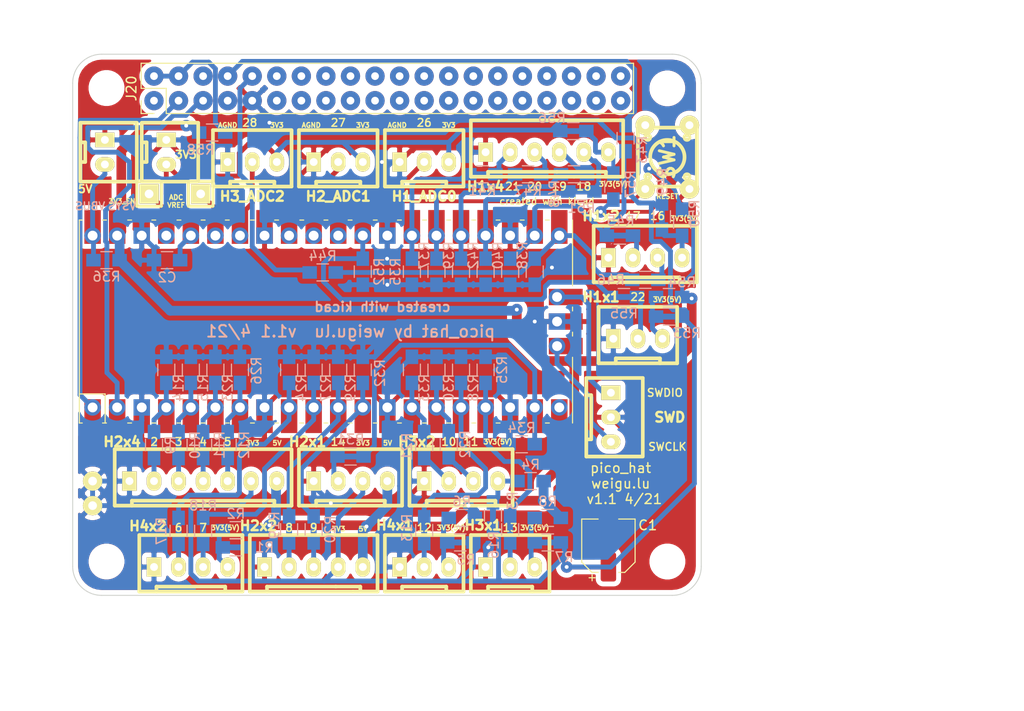
<source format=kicad_pcb>
(kicad_pcb (version 20171130) (host pcbnew 5.1.7-a382d34a8~87~ubuntu20.04.1)
  (layers (0 F.Cu signal) (31 B.Cu signal) (34 B.Paste user hide) (35 F.Paste user hide) (36 B.SilkS user) (37 F.SilkS user) (38 B.Mask user hide) (39 F.Mask user hide) (44 Edge.Cuts user hide))
  (net 0 "")
  (net 1 +3.3V)
  (net 2 +5V)
  (net 3 "Net-(J1-Pad2)")
  (net 4 "Net-(J1-Pad3)")
  (net 5 "Net-(J1-Pad4)")
  (net 6 "Net-(J1-Pad5)")
  (net 7 "Net-(J2-Pad4)")
  (net 8 "Net-(J2-Pad3)")
  (net 9 "Net-(J2-Pad2)")
  (net 10 "Net-(J3-Pad4)")
  (net 11 "Net-(J3-Pad3)")
  (net 12 "Net-(J3-Pad2)")
  (net 13 "Net-(J4-Pad3)")
  (net 14 "Net-(J4-Pad2)")
  (net 15 "Net-(J5-Pad2)")
  (net 16 "Net-(J5-Pad3)")
  (net 17 "Net-(J6-Pad2)")
  (net 18 "Net-(J6-Pad3)")
  (net 19 "Net-(J7-Pad2)")
  (net 20 "Net-(J9-Pad1)")
  (net 21 "Net-(J9-Pad3)")
  (net 22 "Net-(J10-Pad2)")
  (net 23 "Net-(J14-Pad2)")
  (net 24 "Net-(J15-Pad2)")
  (net 25 "Net-(J16-Pad2)")
  (net 26 "Net-(J17-Pad2)")
  (net 27 "Net-(J17-Pad3)")
  (net 28 "Net-(J18-Pad2)")
  (net 29 "Net-(R14-Pad1)")
  (net 30 "Net-(R10-Pad2)")
  (net 31 "Net-(R11-Pad2)")
  (net 32 "Net-(R12-Pad2)")
  (net 33 "Net-(R13-Pad2)")
  (net 34 "Net-(R16-Pad1)")
  (net 35 "Net-(R17-Pad2)")
  (net 36 "Net-(R18-Pad2)")
  (net 37 "Net-(R19-Pad2)")
  (net 38 "Net-(R20-Pad2)")
  (net 39 "Net-(R21-Pad2)")
  (net 40 "Net-(R22-Pad2)")
  (net 41 "Net-(R31-Pad2)")
  (net 42 "Net-(R35-Pad1)")
  (net 43 "Net-(R37-Pad1)")
  (net 44 "Net-(R38-Pad1)")
  (net 45 "Net-(R39-Pad1)")
  (net 46 "Net-(R42-Pad1)")
  (net 47 "Net-(R52-Pad2)")
  (net 48 "Net-(SW1-Pad1)")
  (net 49 "Net-(U1-Pad20)")
  (net 50 "Net-(R40-Pad1)")
  (net 51 "Net-(J20-Pad1)")
  (net 52 GND)
  (net 53 "Net-(J11-Pad1)")
  (net 54 "Net-(J12-Pad1)")
  (net 55 "Net-(J14-Pad4)")
  (net 56 "Net-(J14-Pad3)")
  (net 57 "Net-(J19-Pad6)")
  (net 58 "Net-(J19-Pad5)")
  (net 59 "Net-(J19-Pad4)")
  (net 60 "Net-(J19-Pad3)")
  (net 61 "Net-(J19-Pad2)")
  (net 62 "Net-(J20-Pad40)")
  (net 63 "Net-(J20-Pad39)")
  (net 64 "Net-(J20-Pad38)")
  (net 65 "Net-(J20-Pad37)")
  (net 66 "Net-(J20-Pad36)")
  (net 67 "Net-(J20-Pad35)")
  (net 68 "Net-(J20-Pad34)")
  (net 69 "Net-(J20-Pad33)")
  (net 70 "Net-(J20-Pad32)")
  (net 71 "Net-(J20-Pad31)")
  (net 72 "Net-(J20-Pad30)")
  (net 73 "Net-(J20-Pad29)")
  (net 74 "Net-(J20-Pad28)")
  (net 75 "Net-(J20-Pad27)")
  (net 76 "Net-(J20-Pad26)")
  (net 77 "Net-(J20-Pad25)")
  (net 78 "Net-(J20-Pad24)")
  (net 79 "Net-(J20-Pad23)")
  (net 80 "Net-(J20-Pad22)")
  (net 81 "Net-(J20-Pad21)")
  (net 82 "Net-(J20-Pad20)")
  (net 83 "Net-(J20-Pad19)")
  (net 84 "Net-(J20-Pad18)")
  (net 85 "Net-(J20-Pad17)")
  (net 86 "Net-(J20-Pad16)")
  (net 87 "Net-(J20-Pad15)")
  (net 88 "Net-(J20-Pad14)")
  (net 89 "Net-(J20-Pad13)")
  (net 90 "Net-(J20-Pad12)")
  (net 91 "Net-(J20-Pad11)")
  (net 92 "Net-(J20-Pad10)")
  (net 93 "Net-(J20-Pad8)")
  (net 94 "Net-(J20-Pad7)")
  (net 95 "Net-(J20-Pad6)")
  (net 96 "Net-(J20-Pad5)")
  (net 97 "Net-(J20-Pad2)")
  (net 98 "Net-(J20-Pad3)")
  (module weigu:WPico_RASPI (layer F.Cu) (at 92.71 116.84 90)
    (fp_text reference U1 hide)
    (fp_text value Raspi_Pico)
    (fp_text user 28 (at 20.574 -7.874 180) (layer F.SilkS) (effects (font (size 0.8 0.8))))
    (fp_text user 27 (at 20.574 1.27 180) (layer F.SilkS) (effects (font (size 0.8 0.8))))
    (fp_text user 26 (at 20.574 10.16 180) (layer F.SilkS) (effects (font (size 0.8 0.8))))
    (fp_text user 22 (at 2.54 32.258 180) (layer F.SilkS) (effects (font (size 0.8 0.8))))
    (fp_text user 21 (at 13.97 19.304 180) (layer F.SilkS) (effects (font (size 0.8 0.8))))
    (fp_text user 20 (at 13.97 21.59 180) (layer F.SilkS) (effects (font (size 0.8 0.8))))
    (fp_text user 19 (at 13.97 24.13 180) (layer F.SilkS) (effects (font (size 0.8 0.8))))
    (fp_text user 18 (at 13.97 26.67 180) (layer F.SilkS) (effects (font (size 0.8 0.8))))
    (fp_text user 17 (at 10.922 31.75 180) (layer F.SilkS) (effects (font (size 0.8 0.8))))
    (fp_text user 16 (at 10.922 34.29 180) (layer F.SilkS) (effects (font (size 0.8 0.8))))
    (fp_text user 14 (at -12.446 1.27 180) (layer F.SilkS) (effects (font (size 0.8 0.8))))
    (fp_text user 13 (at -21.336 19.05 180) (layer F.SilkS) (effects (font (size 0.8 0.8))))
    (fp_text user 12 (at -21.336 10.16 180) (layer F.SilkS) (effects (font (size 0.8 0.8))))
    (fp_text user 11 (at -12.446 14.986 180) (layer F.SilkS) (effects (font (size 0.8 0.8))))
    (fp_text user 10 (at -12.446 12.7 180) (layer F.SilkS) (effects (font (size 0.8 0.8))))
    (fp_text user 9 (at -21.336 -1.27 180) (layer F.SilkS) (effects (font (size 0.8 0.8))))
    (fp_text user 8 (at -21.336 -3.81 180) (layer F.SilkS) (effects (font (size 0.8 0.8))))
    (fp_text user 7 (at -21.336 -12.7 180) (layer F.SilkS) (effects (font (size 0.8 0.8))))
    (fp_text user 6 (at -21.336 -15.24 180) (layer F.SilkS) (effects (font (size 0.8 0.8))))
    (fp_text user 5 (at -12.446 -10.16 180) (layer F.SilkS) (effects (font (size 0.8 0.8))))
    (fp_text user 4 (at -12.446 -12.7 180) (layer F.SilkS) (effects (font (size 0.8 0.8))))
    (fp_text user 3 (at -12.446 -15.24 180) (layer F.SilkS) (effects (font (size 0.8 0.8))))
    (fp_text user 2 (at -12.446 -17.7546 180) (layer F.SilkS) (effects (font (size 0.8 0.8))))
    (fp_text user 3V3_EN (at 12.446 -21.082 180) (layer F.SilkS) (effects (font (size 0.5 0.5) (thickness 0.125))))
    (fp_text user VSYS (at 11.938 -21.082) (layer B.SilkS) (effects (font (size 0.8 0.8)) (justify mirror)))
    (fp_text user VBUS (at 11.938 -24.384) (layer B.SilkS) (effects (font (size 0.8 0.8)) (justify mirror)))
    (fp_text user SWCLK (at -12.954 35.306 180) (layer F.SilkS) (effects (font (size 0.8 0.8))))
    (fp_text user SWDIO (at -7.366 35.052 180) (layer F.SilkS) (effects (font (size 0.8 0.8))))
    (pad 1 thru_hole oval (at -8.89 -24.13 90) (size 1.7 1.7) (drill 1.02) (layers *.Cu *.Mask) (net 98 "Net-(J20-Pad3)"))
    (pad 2 thru_hole oval (at -8.89 -21.59 90) (size 1.7 1.7) (drill 1.02) (layers *.Cu *.Mask) (net 96 "Net-(J20-Pad5)"))
    (pad 3 thru_hole rect (at -8.89 -19.05 90) (size 1.7 1.7) (drill 1.02) (layers *.Cu *.Mask) (net 52 GND))
    (pad 4 thru_hole oval (at -8.89 -16.51 90) (size 1.7 1.7) (drill 1.02) (layers *.Cu *.Mask) (net 29 "Net-(R14-Pad1)"))
    (pad 5 thru_hole oval (at -8.89 -13.97 90) (size 1.7 1.7) (drill 1.02) (layers *.Cu *.Mask) (net 30 "Net-(R10-Pad2)"))
    (pad 6 thru_hole oval (at -8.89 -11.43 90) (size 1.7 1.7) (drill 1.02) (layers *.Cu *.Mask) (net 31 "Net-(R11-Pad2)"))
    (pad 7 thru_hole oval (at -8.89 -8.89 90) (size 1.7 1.7) (drill 1.02) (layers *.Cu *.Mask) (net 32 "Net-(R12-Pad2)"))
    (pad 8 thru_hole rect (at -8.89 -6.35 90) (size 1.7 1.7) (drill 1.02) (layers *.Cu *.Mask) (net 52 GND))
    (pad 9 thru_hole oval (at -8.89 -3.81 90) (size 1.7 1.7) (drill 1.02) (layers *.Cu *.Mask) (net 35 "Net-(R17-Pad2)"))
    (pad 10 thru_hole oval (at -8.89 -1.27 90) (size 1.7 1.7) (drill 1.02) (layers *.Cu *.Mask) (net 36 "Net-(R18-Pad2)"))
    (pad 11 thru_hole oval (at -8.89 1.27 90) (size 1.7 1.7) (drill 1.02) (layers *.Cu *.Mask) (net 37 "Net-(R19-Pad2)"))
    (pad 12 thru_hole oval (at -8.89 3.81 90) (size 1.7 1.7) (drill 1.02) (layers *.Cu *.Mask) (net 38 "Net-(R20-Pad2)"))
    (pad 13 thru_hole rect (at -8.89 6.35 90) (size 1.7 1.7) (drill 1.02) (layers *.Cu *.Mask) (net 52 GND))
    (pad 14 thru_hole oval (at -8.89 8.89 90) (size 1.7 1.7) (drill 1.02) (layers *.Cu *.Mask) (net 39 "Net-(R21-Pad2)"))
    (pad 15 thru_hole oval (at -8.89 11.43 90) (size 1.7 1.7) (drill 1.02) (layers *.Cu *.Mask) (net 40 "Net-(R22-Pad2)"))
    (pad 16 thru_hole oval (at -8.89 13.97 90) (size 1.7 1.7) (drill 1.02) (layers *.Cu *.Mask) (net 33 "Net-(R13-Pad2)"))
    (pad 17 thru_hole oval (at -8.89 16.51 90) (size 1.7 1.7) (drill 1.02) (layers *.Cu *.Mask) (net 34 "Net-(R16-Pad1)"))
    (pad 18 thru_hole rect (at -8.89 19.05 90) (size 1.7 1.7) (drill 1.02) (layers *.Cu *.Mask) (net 52 GND))
    (pad 19 thru_hole oval (at -8.89 21.59 90) (size 1.7 1.7) (drill 1.02) (layers *.Cu *.Mask) (net 41 "Net-(R31-Pad2)"))
    (pad 20 thru_hole oval (at -8.89 24.13 90) (size 1.7 1.7) (drill 1.02) (layers *.Cu *.Mask) (net 49 "Net-(U1-Pad20)"))
    (pad 21 thru_hole oval (at 8.89 24.13 90) (size 1.7 1.7) (drill 1.02) (layers *.Cu *.Mask) (net 44 "Net-(R38-Pad1)"))
    (pad 22 thru_hole oval (at 8.89 21.59 90) (size 1.7 1.7) (drill 1.02) (layers *.Cu *.Mask) (net 50 "Net-(R40-Pad1)"))
    (pad 23 thru_hole rect (at 8.89 19.05 90) (size 1.7 1.7) (drill 1.02) (layers *.Cu *.Mask) (net 52 GND))
    (pad 24 thru_hole oval (at 8.89 16.51 90) (size 1.7 1.7) (drill 1.02) (layers *.Cu *.Mask) (net 46 "Net-(R42-Pad1)"))
    (pad 25 thru_hole oval (at 8.89 13.97 90) (size 1.7 1.7) (drill 1.02) (layers *.Cu *.Mask) (net 45 "Net-(R39-Pad1)"))
    (pad 26 thru_hole oval (at 8.89 11.43 90) (size 1.7 1.7) (drill 1.02) (layers *.Cu *.Mask) (net 43 "Net-(R37-Pad1)"))
    (pad 27 thru_hole oval (at 8.89 8.89 90) (size 1.7 1.7) (drill 1.02) (layers *.Cu *.Mask) (net 42 "Net-(R35-Pad1)"))
    (pad 28 thru_hole rect (at 8.89 6.35 90) (size 1.7 1.7) (drill 1.02) (layers *.Cu *.Mask) (net 52 GND))
    (pad 29 thru_hole oval (at 8.89 3.81 90) (size 1.7 1.7) (drill 1.02) (layers *.Cu *.Mask) (net 47 "Net-(R52-Pad2)"))
    (pad 30 thru_hole oval (at 8.89 1.27 90) (size 1.7 1.7) (drill 1.02) (layers *.Cu *.Mask) (net 48 "Net-(SW1-Pad1)"))
    (pad 31 thru_hole oval (at 8.89 -1.27 90) (size 1.7 1.7) (drill 1.02) (layers *.Cu *.Mask) (net 28 "Net-(J18-Pad2)"))
    (pad 32 thru_hole oval (at 8.89 -3.81 90) (size 1.7 1.7) (drill 1.02) (layers *.Cu *.Mask) (net 25 "Net-(J16-Pad2)"))
    (pad 33 thru_hole rect (at 8.89 -6.35 90) (size 1.7 1.7) (drill 1.02) (layers *.Cu *.Mask) (net 52 GND))
    (pad 34 thru_hole oval (at 8.89 -8.89 90) (size 1.7 1.7) (drill 1.02) (layers *.Cu *.Mask) (net 24 "Net-(J15-Pad2)"))
    (pad 35 thru_hole oval (at 8.89 -11.43 90) (size 1.7 1.7) (drill 1.02) (layers *.Cu *.Mask) (net 54 "Net-(J12-Pad1)"))
    (pad 36 thru_hole oval (at 8.89 -13.97 90) (size 1.7 1.7) (drill 1.02) (layers *.Cu *.Mask) (net 1 +3.3V))
    (pad 37 thru_hole oval (at 8.89 -16.51 90) (size 1.7 1.7) (drill 1.02) (layers *.Cu *.Mask) (net 53 "Net-(J11-Pad1)"))
    (pad 38 thru_hole rect (at 8.89 -19.05 90) (size 1.7 1.7) (drill 1.02) (layers *.Cu *.Mask) (net 52 GND))
    (pad 39 thru_hole oval (at 8.89 -21.59 90) (size 1.7 1.7) (drill 1.02) (layers *.Cu *.Mask) (net 2 +5V))
    (pad 40 thru_hole oval (at 8.89 -24.13 90) (size 1.7 1.7) (drill 1.02) (layers *.Cu *.Mask) (net 22 "Net-(J10-Pad2)"))
    (pad 1 smd rect (at -8.89 -24.13 90) (size 3.5 1.7) (drill (offset -0.9 0)) (layers F.Cu F.Mask) (net 98 "Net-(J20-Pad3)"))
    (pad 2 smd rect (at -8.89 -21.59 90) (size 3.5 1.7) (drill (offset -0.9 0)) (layers F.Cu F.Mask) (net 96 "Net-(J20-Pad5)"))
    (pad 3 smd rect (at -8.89 -19.05 90) (size 3.5 1.7) (drill (offset -0.9 0)) (layers F.Cu F.Mask) (net 52 GND))
    (pad 4 smd rect (at -8.89 -16.51 90) (size 3.5 1.7) (drill (offset -0.9 0)) (layers F.Cu F.Mask) (net 29 "Net-(R14-Pad1)"))
    (pad 5 smd rect (at -8.89 -13.97 90) (size 3.5 1.7) (drill (offset -0.9 0)) (layers F.Cu F.Mask) (net 30 "Net-(R10-Pad2)"))
    (pad 6 smd rect (at -8.89 -11.43 90) (size 3.5 1.7) (drill (offset -0.9 0)) (layers F.Cu F.Mask) (net 31 "Net-(R11-Pad2)"))
    (pad 7 smd rect (at -8.89 -8.89 90) (size 3.5 1.7) (drill (offset -0.9 0)) (layers F.Cu F.Mask) (net 32 "Net-(R12-Pad2)"))
    (pad 8 smd rect (at -8.89 -6.35 90) (size 3.5 1.7) (drill (offset -0.9 0)) (layers F.Cu F.Mask) (net 52 GND))
    (pad 9 smd rect (at -8.89 -3.81 90) (size 3.5 1.7) (drill (offset -0.9 0)) (layers F.Cu F.Mask) (net 35 "Net-(R17-Pad2)"))
    (pad 10 smd rect (at -8.89 -1.27 90) (size 3.5 1.7) (drill (offset -0.9 0)) (layers F.Cu F.Mask) (net 36 "Net-(R18-Pad2)"))
    (pad 11 smd rect (at -8.89 1.27 90) (size 3.5 1.7) (drill (offset -0.9 0)) (layers F.Cu F.Mask) (net 37 "Net-(R19-Pad2)"))
    (pad 12 smd rect (at -8.89 3.81 90) (size 3.5 1.7) (drill (offset -0.9 0)) (layers F.Cu F.Mask) (net 38 "Net-(R20-Pad2)"))
    (pad 13 smd rect (at -8.89 6.35 90) (size 3.5 1.7) (drill (offset -0.9 0)) (layers F.Cu F.Mask) (net 52 GND))
    (pad 14 smd rect (at -8.89 8.89 90) (size 3.5 1.7) (drill (offset -0.9 0)) (layers F.Cu F.Mask) (net 39 "Net-(R21-Pad2)"))
    (pad 15 smd rect (at -8.89 11.43 90) (size 3.5 1.7) (drill (offset -0.9 0)) (layers F.Cu F.Mask) (net 40 "Net-(R22-Pad2)"))
    (pad 16 smd rect (at -8.89 13.97 90) (size 3.5 1.7) (drill (offset -0.9 0)) (layers F.Cu F.Mask) (net 33 "Net-(R13-Pad2)"))
    (pad 17 smd rect (at -8.89 16.51 90) (size 3.5 1.7) (drill (offset -0.9 0)) (layers F.Cu F.Mask) (net 34 "Net-(R16-Pad1)"))
    (pad 18 smd rect (at -8.89 19.05 90) (size 3.5 1.7) (drill (offset -0.9 0)) (layers F.Cu F.Mask) (net 52 GND))
    (pad 19 smd rect (at -8.89 21.59 90) (size 3.5 1.7) (drill (offset -0.9 0)) (layers F.Cu F.Mask) (net 41 "Net-(R31-Pad2)"))
    (pad 20 smd rect (at -8.89 24.13 90) (size 3.5 1.7) (drill (offset -0.9 0)) (layers F.Cu F.Mask) (net 49 "Net-(U1-Pad20)"))
    (pad 40 smd rect (at 8.89 -24.13 90) (size 3.5 1.7) (drill (offset 0.9 0)) (layers F.Cu F.Mask) (net 22 "Net-(J10-Pad2)"))
    (pad 39 smd rect (at 8.89 -21.59 90) (size 3.5 1.7) (drill (offset 0.9 0)) (layers F.Cu F.Mask) (net 2 +5V))
    (pad 38 smd rect (at 8.89 -19.05 90) (size 3.5 1.7) (drill (offset 0.9 0)) (layers F.Cu F.Mask) (net 52 GND))
    (pad 37 smd rect (at 8.89 -16.51 90) (size 3.5 1.7) (drill (offset 0.9 0)) (layers F.Cu F.Mask) (net 53 "Net-(J11-Pad1)"))
    (pad 36 smd rect (at 8.89 -13.97 90) (size 3.5 1.7) (drill (offset 0.9 0)) (layers F.Cu F.Mask) (net 1 +3.3V))
    (pad 35 smd rect (at 8.89 -11.43 90) (size 3.5 1.7) (drill (offset 0.9 0)) (layers F.Cu F.Mask) (net 54 "Net-(J12-Pad1)"))
    (pad 34 smd rect (at 8.89 -8.89 90) (size 3.5 1.7) (drill (offset 0.9 0)) (layers F.Cu F.Mask) (net 24 "Net-(J15-Pad2)"))
    (pad 33 smd rect (at 8.89 -6.35 90) (size 3.5 1.7) (drill (offset 0.9 0)) (layers F.Cu F.Mask) (net 52 GND))
    (pad 32 smd rect (at 8.89 -3.81 90) (size 3.5 1.7) (drill (offset 0.9 0)) (layers F.Cu F.Mask) (net 25 "Net-(J16-Pad2)"))
    (pad 31 smd rect (at 8.89 -1.27 90) (size 3.5 1.7) (drill (offset 0.9 0)) (layers F.Cu F.Mask) (net 28 "Net-(J18-Pad2)"))
    (pad 30 smd rect (at 8.89 1.27 90) (size 3.5 1.7) (drill (offset 0.9 0)) (layers F.Cu F.Mask) (net 48 "Net-(SW1-Pad1)"))
    (pad 29 smd rect (at 8.89 3.81 90) (size 3.5 1.7) (drill (offset 0.9 0)) (layers F.Cu F.Mask) (net 47 "Net-(R52-Pad2)"))
    (pad 28 smd rect (at 8.89 6.35 90) (size 3.5 1.7) (drill (offset 0.9 0)) (layers F.Cu F.Mask) (net 52 GND))
    (pad 27 smd rect (at 8.89 8.89 90) (size 3.5 1.7) (drill (offset 0.9 0)) (layers F.Cu F.Mask) (net 42 "Net-(R35-Pad1)"))
    (pad 26 smd rect (at 8.89 11.43 90) (size 3.5 1.7) (drill (offset 0.9 0)) (layers F.Cu F.Mask) (net 43 "Net-(R37-Pad1)"))
    (pad 25 smd rect (at 8.89 13.97 90) (size 3.5 1.7) (drill (offset 0.9 0)) (layers F.Cu F.Mask) (net 45 "Net-(R39-Pad1)"))
    (pad 24 smd rect (at 8.89 16.51 90) (size 3.5 1.7) (drill (offset 0.9 0)) (layers F.Cu F.Mask) (net 46 "Net-(R42-Pad1)"))
    (pad 23 smd rect (at 8.89 19.05 90) (size 3.5 1.7) (drill (offset 0.9 0)) (layers F.Cu F.Mask) (net 52 GND))
    (pad 22 smd rect (at 8.89 21.59 90) (size 3.5 1.7) (drill (offset 0.9 0)) (layers F.Cu F.Mask) (net 50 "Net-(R40-Pad1)"))
    (pad 21 smd rect (at 8.89 24.13 90) (size 3.5 1.7) (drill (offset 0.9 0)) (layers F.Cu F.Mask) (net 44 "Net-(R38-Pad1)"))
    (pad 41 smd rect (at -2.54 23.9 180) (size 3.5 1.7) (drill (offset -0.9 0)) (layers F.Cu F.Mask) (net 21 "Net-(J9-Pad3)"))
    (pad 41 thru_hole oval (at -2.54 23.9 90) (size 1.7 1.7) (drill 1.02) (layers *.Cu *.Mask) (net 21 "Net-(J9-Pad3)"))
    (pad 42 smd rect (at 0 23.9 180) (size 3.5 1.7) (drill (offset -0.9 0)) (layers F.Cu F.Mask) (net 52 GND))
    (pad 42 thru_hole rect (at 0 23.9 90) (size 1.7 1.7) (drill 1.02) (layers *.Cu *.Mask) (net 52 GND))
    (pad 43 smd rect (at 2.54 23.9 180) (size 3.5 1.7) (drill (offset -0.9 0)) (layers F.Cu F.Mask) (net 20 "Net-(J9-Pad1)"))
    (pad 43 thru_hole oval (at 2.54 23.9 90) (size 1.7 1.7) (drill 1.02) (layers *.Cu *.Mask) (net 20 "Net-(J9-Pad1)"))
  )
  (module weigu:WPB (layer F.Cu) (at 128.016 99.822 270)
    (fp_text reference SW1 (at 0 0 90) (layer F.SilkS) (effects (font (size 1.524 1.524) (thickness 0.3048))))
    (fp_text value RESET (at 4.064 0 180) (layer F.SilkS) (effects (font (size 0.5 0.5) (thickness 0.125))))
    (pad 4 thru_hole circle (at -3.302 -2.286 270) (size 1.99898 1.99898) (drill 0.8128) (layers *.Cu *.Mask F.SilkS))
    (pad 3 thru_hole circle (at -3.302 2.286 270) (size 1.99898 1.99898) (drill 0.8128) (layers *.Cu *.Mask F.SilkS))
    (pad 1 thru_hole circle (at 3.302 2.286 270) (size 1.99898 1.99898) (drill 0.8128) (layers *.Cu *.Mask F.SilkS) (net 48 "Net-(SW1-Pad1)"))
    (pad 2 thru_hole circle (at 3.302 -2.286 270) (size 1.99898 1.99898) (drill 0.8128) (layers *.Cu *.Mask F.SilkS) (net 52 GND))
  )
  (module weigu:W0805 (layer B.Cu) (at 122.428 102.87 270)
    (fp_text reference R57 (at -0.254 -1.778 90) (layer B.SilkS) (effects (justify mirror)))
    (fp_text value 1000M)
    (pad 2 smd rect (at 1.35 0 270) (size 1.5 1.3) (layers B.Cu B.Paste B.Mask) (net 2 +5V))
    (pad 1 smd rect (at -1.35 0 270) (size 1.5 1.3) (layers B.Cu B.Paste B.Mask) (net 57 "Net-(J19-Pad6)"))
  )
  (module weigu:W0805_0_Ohm (layer B.Cu) (at 119.126 103.378)
    (fp_text reference R51 (at 0 1.7) (layer B.SilkS) (effects (justify mirror)))
    (fp_text value 0)
    (pad 1 smd custom (at -1.35 0) (size 1.5 1.3) (layers B.Cu B.Paste B.Mask) (net 46 "Net-(R42-Pad1)") (options (clearance outline) (anchor rect)) (primitives (gr_poly (pts (xy 2.112 -0.254) (xy 0.588 -0.254) (xy 0.588 0.254) (xy 2.112 0.254)) (width 0.1))))
    (pad 2 smd rect (at 1.35 0) (size 1.5 1.3) (layers B.Cu B.Paste B.Mask) (net 58 "Net-(J19-Pad5)"))
  )
  (module weigu:W0805 (layer B.Cu) (at 114.3 111.68 270)
    (fp_text reference R38 (at -1.698 1.27 90) (layer B.SilkS) (effects (justify mirror)))
    (fp_text value 1000M)
    (pad 2 smd rect (at 1.35 0 270) (size 1.5 1.3) (layers B.Cu B.Paste B.Mask) (net 52 GND))
    (pad 1 smd rect (at -1.35 0 270) (size 1.5 1.3) (layers B.Cu B.Paste B.Mask) (net 44 "Net-(R38-Pad1)"))
  )
  (module weigu:W0805_0_Ohm (layer B.Cu) (at 95.25 130.81)
    (fp_text reference R31 (at 0 -1.778) (layer B.SilkS) (effects (justify mirror)))
    (fp_text value 0)
    (pad 1 smd custom (at -1.35 0) (size 1.5 1.3) (layers B.Cu B.Paste B.Mask) (net 19 "Net-(J7-Pad2)") (options (clearance outline) (anchor rect)) (primitives (gr_poly (pts (xy 2.112 -0.254) (xy 0.588 -0.254) (xy 0.588 0.254) (xy 2.112 0.254)) (width 0.1))))
    (pad 2 smd rect (at 1.35 0) (size 1.5 1.3) (layers B.Cu B.Paste B.Mask) (net 41 "Net-(R31-Pad2)"))
  )
  (module weigu:WSIL7_SL (layer F.Cu) (at 80.01 133.35)
    (fp_text reference J1 hide)
    (fp_text value H2x4 (at -8.382 -4.064) (layer F.SilkS) (effects (font (size 1.00076 1.016) (thickness 0.25146))))
    (pad 5 thru_hole oval (at 2.54 0) (size 1.5 1.99898) (drill 0.8128) (layers *.Cu *.Mask F.SilkS) (net 6 "Net-(J1-Pad5)"))
    (pad 4 thru_hole oval (at 0 0) (size 1.5 1.99898) (drill 0.8128) (layers *.Cu *.Mask F.SilkS) (net 5 "Net-(J1-Pad4)"))
    (pad 3 thru_hole oval (at -2.54 0) (size 1.5 1.99898) (drill 0.8128) (layers *.Cu *.Mask F.SilkS) (net 4 "Net-(J1-Pad3)"))
    (pad 2 thru_hole oval (at -5.08 0) (size 1.5 1.99898) (drill 0.8128) (layers *.Cu *.Mask F.SilkS) (net 3 "Net-(J1-Pad2)"))
    (pad 1 thru_hole rect (at -7.62 0) (size 1.5 1.99898) (drill 0.8128) (layers *.Cu *.Mask F.SilkS) (net 52 GND))
    (pad 7 thru_hole oval (at 7.62 0) (size 1.5 1.99898) (drill 0.8128) (layers *.Cu *.Mask F.SilkS) (net 2 +5V))
    (pad 6 thru_hole oval (at 4.953 0) (size 1.5 1.99898) (drill 0.8128) (layers *.Cu *.Mask F.SilkS) (net 1 +3.3V))
  )
  (module weigu:WSIL5_SL (layer F.Cu) (at 91.44 142.24)
    (fp_text reference J6 hide)
    (fp_text value H2x2 (at -5.715 -4.2672) (layer F.SilkS) (effects (font (size 1.00076 1.016) (thickness 0.25146))))
    (pad 5 thru_hole oval (at 5.08 0) (size 1.5 1.99898) (drill 0.8128) (layers *.Cu *.Mask F.SilkS) (net 2 +5V))
    (pad 4 thru_hole oval (at 2.54 0) (size 1.5 1.99898) (drill 0.8128) (layers *.Cu *.Mask F.SilkS) (net 1 +3.3V))
    (pad 3 thru_hole oval (at 0 0) (size 1.5 1.99898) (drill 0.8128) (layers *.Cu *.Mask F.SilkS) (net 18 "Net-(J6-Pad3)"))
    (pad 2 thru_hole oval (at -2.54 0) (size 1.5 1.99898) (drill 0.8128) (layers *.Cu *.Mask F.SilkS) (net 17 "Net-(J6-Pad2)"))
    (pad 1 thru_hole rect (at -5.08 0) (size 1.5 1.99898) (drill 0.8128) (layers *.Cu *.Mask F.SilkS) (net 52 GND))
  )
  (module weigu:WSIL2_SL (layer F.Cu) (at 76.2 99.314 270)
    (fp_text reference J13 hide)
    (fp_text value 3V3_Pico hide)
    (pad 2 thru_hole oval (at 1.27 0 270) (size 1.5 1.99898) (drill 0.8128) (layers *.Cu *.Mask F.SilkS) (net 1 +3.3V))
    (pad 1 thru_hole rect (at -1.27 0 270) (size 1.5 1.99898) (drill 0.8128) (layers *.Cu *.Mask F.SilkS) (net 52 GND))
  )
  (module weigu:W0805 (layer B.Cu) (at 76.28 110.49 180)
    (fp_text reference C2 (at 0 -1.778) (layer B.SilkS) (effects (justify mirror)))
    (fp_text value 100n)
    (pad 2 smd rect (at 1.35 0 180) (size 1.5 1.3) (layers B.Cu B.Paste B.Mask) (net 52 GND))
    (pad 1 smd rect (at -1.35 0 180) (size 1.5 1.3) (layers B.Cu B.Paste B.Mask) (net 1 +3.3V))
  )
  (module weigu:WHole_2.7mm_M2.5 (layer F.Cu) (at 70.02046 92.67654)
    (fp_text reference H1 hide)
    (fp_text value WMHole)
    (pad 1 np_thru_hole circle (at 0 0) (size 2.7 2.7) (drill 2.7) (layers *.Cu *.Mask))
  )
  (module weigu:WHole_2.7mm_M2.5 (layer F.Cu) (at 128.01346 92.71254)
    (fp_text reference H2 hide)
    (fp_text value WMHole)
    (pad 1 np_thru_hole circle (at 0 0) (size 2.7 2.7) (drill 2.7) (layers *.Cu *.Mask))
  )
  (module weigu:WHole_2.7mm_M2.5 (layer F.Cu) (at 70.02046 141.67654)
    (fp_text reference H3 hide)
    (fp_text value WMHole)
    (pad 1 np_thru_hole circle (at 0 0) (size 2.7 2.7) (drill 2.7) (layers *.Cu *.Mask))
  )
  (module weigu:WHole_2.7mm_M2.5 (layer F.Cu) (at 128.02046 141.67654)
    (fp_text reference H4 hide)
    (fp_text value WMHole)
    (pad 1 np_thru_hole circle (at 0 0) (size 2.7 2.7) (drill 2.7) (layers *.Cu *.Mask))
  )
  (module weigu:WSIL4_SL (layer F.Cu) (at 78.74 142.24)
    (fp_text reference J2 hide)
    (fp_text value H4x2 (at -4.445 -4.2418) (layer F.SilkS) (effects (font (size 1.00076 1.016) (thickness 0.25146))))
    (pad 4 thru_hole oval (at 3.81 0) (size 1.5 1.99898) (drill 0.8128) (layers *.Cu *.Mask F.SilkS) (net 7 "Net-(J2-Pad4)"))
    (pad 3 thru_hole oval (at 1.27 0) (size 1.5 1.99898) (drill 0.8128) (layers *.Cu *.Mask F.SilkS) (net 8 "Net-(J2-Pad3)"))
    (pad 2 thru_hole oval (at -1.27 0) (size 1.5 1.99898) (drill 0.8128) (layers *.Cu *.Mask F.SilkS) (net 9 "Net-(J2-Pad2)"))
    (pad 1 thru_hole rect (at -3.81 0) (size 1.5 1.99898) (drill 0.8128) (layers *.Cu *.Mask F.SilkS) (net 52 GND))
  )
  (module weigu:WSIL4_SL (layer F.Cu) (at 106.68 133.35)
    (fp_text reference J3 hide)
    (fp_text value H3x2 (at -4.572 -4.064) (layer F.SilkS) (effects (font (size 1.00076 1.016) (thickness 0.25146))))
    (pad 4 thru_hole oval (at 3.81 0) (size 1.5 1.99898) (drill 0.8128) (layers *.Cu *.Mask F.SilkS) (net 10 "Net-(J3-Pad4)"))
    (pad 3 thru_hole oval (at 1.27 0) (size 1.5 1.99898) (drill 0.8128) (layers *.Cu *.Mask F.SilkS) (net 11 "Net-(J3-Pad3)"))
    (pad 2 thru_hole oval (at -1.27 0) (size 1.5 1.99898) (drill 0.8128) (layers *.Cu *.Mask F.SilkS) (net 12 "Net-(J3-Pad2)"))
    (pad 1 thru_hole rect (at -3.81 0) (size 1.5 1.99898) (drill 0.8128) (layers *.Cu *.Mask F.SilkS) (net 52 GND))
  )
  (module weigu:WSIL3_SL (layer F.Cu) (at 102.87 142.24)
    (fp_text reference J4 hide)
    (fp_text value H4x1 (at -3.048 -4.318) (layer F.SilkS) (effects (font (size 1.00076 1.016) (thickness 0.25146))))
    (pad 3 thru_hole oval (at 2.54 0) (size 1.5 1.99898) (drill 0.8128) (layers *.Cu *.Mask F.SilkS) (net 13 "Net-(J4-Pad3)"))
    (pad 2 thru_hole oval (at 0 0) (size 1.5 1.99898) (drill 0.8128) (layers *.Cu *.Mask F.SilkS) (net 14 "Net-(J4-Pad2)"))
    (pad 1 thru_hole rect (at -2.54 0) (size 1.5 1.99898) (drill 0.8128) (layers *.Cu *.Mask F.SilkS) (net 52 GND))
  )
  (module weigu:WSIL3_SL (layer F.Cu) (at 111.76 142.24)
    (fp_text reference J5 hide)
    (fp_text value H3x1 (at -2.794 -4.318) (layer F.SilkS) (effects (font (size 1.00076 1.016) (thickness 0.25146))))
    (pad 3 thru_hole oval (at 2.54 0) (size 1.5 1.99898) (drill 0.8128) (layers *.Cu *.Mask F.SilkS) (net 16 "Net-(J5-Pad3)"))
    (pad 2 thru_hole oval (at 0 0) (size 1.5 1.99898) (drill 0.8128) (layers *.Cu *.Mask F.SilkS) (net 15 "Net-(J5-Pad2)"))
    (pad 1 thru_hole rect (at -2.54 0) (size 1.5 1.99898) (drill 0.8128) (layers *.Cu *.Mask F.SilkS) (net 52 GND))
  )
  (module weigu:WSIL4_SL (layer F.Cu) (at 95.25 133.35)
    (fp_text reference J7 hide)
    (fp_text value H2x1 (at -4.445 -4.064) (layer F.SilkS) (effects (font (size 1.00076 1.016) (thickness 0.25146))))
    (pad 4 thru_hole oval (at 3.81 0) (size 1.5 1.99898) (drill 0.8128) (layers *.Cu *.Mask F.SilkS) (net 2 +5V))
    (pad 3 thru_hole oval (at 1.27 0) (size 1.5 1.99898) (drill 0.8128) (layers *.Cu *.Mask F.SilkS) (net 1 +3.3V))
    (pad 2 thru_hole oval (at -1.27 0) (size 1.5 1.99898) (drill 0.8128) (layers *.Cu *.Mask F.SilkS) (net 19 "Net-(J7-Pad2)"))
    (pad 1 thru_hole rect (at -3.81 0) (size 1.5 1.99898) (drill 0.8128) (layers *.Cu *.Mask F.SilkS) (net 52 GND))
  )
  (module weigu:WSIL2_2x1 (layer F.Cu) (at 68.58 134.62 90)
    (fp_text reference J8 hide)
    (fp_text value GNDx2 hide)
    (pad 1 thru_hole circle (at -1.27 0 90) (size 1.99898 1.99898) (drill 0.9) (layers *.Cu *.Mask F.SilkS) (net 52 GND))
    (pad 2 thru_hole circle (at 1.27 0 90) (size 1.99898 1.99898) (drill 0.9) (layers *.Cu *.Mask F.SilkS) (net 52 GND))
  )
  (module weigu:WSIL3_SL (layer F.Cu) (at 122.174 126.746 270)
    (fp_text reference J9 hide)
    (fp_text value SWD (at 0 -6.096 180) (layer F.SilkS) (effects (font (size 1.00076 1.016) (thickness 0.25019))))
    (pad 3 thru_hole oval (at 2.54 0 270) (size 1.5 1.99898) (drill 0.8128) (layers *.Cu *.Mask F.SilkS) (net 21 "Net-(J9-Pad3)"))
    (pad 2 thru_hole oval (at 0 0 270) (size 1.5 1.99898) (drill 0.8128) (layers *.Cu *.Mask F.SilkS) (net 52 GND))
    (pad 1 thru_hole rect (at -2.54 0 270) (size 1.5 1.99898) (drill 0.8128) (layers *.Cu *.Mask F.SilkS) (net 20 "Net-(J9-Pad1)"))
  )
  (module weigu:WSIL4_SL (layer F.Cu) (at 125.73 110.236)
    (fp_text reference J14 hide)
    (fp_text value H1x2 (at -4.572 -4.318) (layer F.SilkS) (effects (font (size 1.00076 1.016) (thickness 0.25146))))
    (pad 4 thru_hole oval (at 3.81 0) (size 1.5 1.99898) (drill 0.8128) (layers *.Cu *.Mask F.SilkS) (net 55 "Net-(J14-Pad4)"))
    (pad 3 thru_hole oval (at 1.27 0) (size 1.5 1.99898) (drill 0.8128) (layers *.Cu *.Mask F.SilkS) (net 56 "Net-(J14-Pad3)"))
    (pad 2 thru_hole oval (at -1.27 0) (size 1.5 1.99898) (drill 0.8128) (layers *.Cu *.Mask F.SilkS) (net 23 "Net-(J14-Pad2)"))
    (pad 1 thru_hole rect (at -3.81 0) (size 1.5 1.99898) (drill 0.8128) (layers *.Cu *.Mask F.SilkS) (net 52 GND))
  )
  (module weigu:WSIL3_SL (layer F.Cu) (at 85.09 100.33)
    (fp_text reference J15 hide)
    (fp_text value H3_ADC2 (at 0 3.556) (layer F.SilkS) (effects (font (size 1.00076 1.016) (thickness 0.25146))))
    (pad 3 thru_hole oval (at 2.54 0) (size 1.5 1.99898) (drill 0.8128) (layers *.Cu *.Mask F.SilkS) (net 1 +3.3V))
    (pad 2 thru_hole oval (at 0 0) (size 1.5 1.99898) (drill 0.8128) (layers *.Cu *.Mask F.SilkS) (net 24 "Net-(J15-Pad2)"))
    (pad 1 thru_hole rect (at -2.54 0) (size 1.5 1.99898) (drill 0.8128) (layers *.Cu *.Mask F.SilkS) (net 52 GND))
  )
  (module weigu:WSIL3_SL (layer F.Cu) (at 93.98 100.33)
    (fp_text reference J16 hide)
    (fp_text value H2_ADC1 (at 0 3.556) (layer F.SilkS) (effects (font (size 1.00076 1.016) (thickness 0.25146))))
    (pad 3 thru_hole oval (at 2.54 0) (size 1.5 1.99898) (drill 0.8128) (layers *.Cu *.Mask F.SilkS) (net 1 +3.3V))
    (pad 2 thru_hole oval (at 0 0) (size 1.5 1.99898) (drill 0.8128) (layers *.Cu *.Mask F.SilkS) (net 25 "Net-(J16-Pad2)"))
    (pad 1 thru_hole rect (at -2.54 0) (size 1.5 1.99898) (drill 0.8128) (layers *.Cu *.Mask F.SilkS) (net 52 GND))
  )
  (module weigu:WSIL3_SL (layer F.Cu) (at 124.968 118.618)
    (fp_text reference J17 hide)
    (fp_text value H1x1 (at -3.81 -4.318) (layer F.SilkS) (effects (font (size 1.00076 1.016) (thickness 0.25146))))
    (pad 3 thru_hole oval (at 2.54 0) (size 1.5 1.99898) (drill 0.8128) (layers *.Cu *.Mask F.SilkS) (net 27 "Net-(J17-Pad3)"))
    (pad 2 thru_hole oval (at 0 0) (size 1.5 1.99898) (drill 0.8128) (layers *.Cu *.Mask F.SilkS) (net 26 "Net-(J17-Pad2)"))
    (pad 1 thru_hole rect (at -2.54 0) (size 1.5 1.99898) (drill 0.8128) (layers *.Cu *.Mask F.SilkS) (net 52 GND))
  )
  (module weigu:WSIL3_SL (layer F.Cu) (at 102.87 100.33)
    (fp_text reference J18 hide)
    (fp_text value H1_ADC0 (at 0 3.556) (layer F.SilkS) (effects (font (size 1.00076 1.016) (thickness 0.25146))))
    (pad 3 thru_hole oval (at 2.54 0) (size 1.5 1.99898) (drill 0.8128) (layers *.Cu *.Mask F.SilkS) (net 1 +3.3V))
    (pad 2 thru_hole oval (at 0 0) (size 1.5 1.99898) (drill 0.8128) (layers *.Cu *.Mask F.SilkS) (net 28 "Net-(J18-Pad2)"))
    (pad 1 thru_hole rect (at -2.54 0) (size 1.5 1.99898) (drill 0.8128) (layers *.Cu *.Mask F.SilkS) (net 52 GND))
  )
  (module weigu:WSIL6_SL (layer F.Cu) (at 115.57 99.314)
    (fp_text reference J19 hide)
    (fp_text value H1x4 (at -6.35 3.556) (layer F.SilkS) (effects (font (size 1.00076 1.016) (thickness 0.25146))))
    (pad 6 thru_hole oval (at 6.35 0) (size 1.5 1.99898) (drill 0.8128) (layers *.Cu *.Mask F.SilkS) (net 57 "Net-(J19-Pad6)"))
    (pad 5 thru_hole oval (at 3.81 0) (size 1.5 1.99898) (drill 0.8128) (layers *.Cu *.Mask F.SilkS) (net 58 "Net-(J19-Pad5)"))
    (pad 4 thru_hole oval (at 1.27 0) (size 1.5 1.99898) (drill 0.8128) (layers *.Cu *.Mask F.SilkS) (net 59 "Net-(J19-Pad4)"))
    (pad 3 thru_hole oval (at -1.27 0) (size 1.5 1.99898) (drill 0.8128) (layers *.Cu *.Mask F.SilkS) (net 60 "Net-(J19-Pad3)"))
    (pad 2 thru_hole oval (at -3.81 0) (size 1.5 1.99898) (drill 0.8128) (layers *.Cu *.Mask F.SilkS) (net 61 "Net-(J19-Pad2)"))
    (pad 1 thru_hole rect (at -6.35 0) (size 1.5 1.99898) (drill 0.8128) (layers *.Cu *.Mask F.SilkS) (net 52 GND))
  )
  (module weigu:WSIL_2x20_Raspi (layer F.Cu) (at 74.92746 93.98254 90)
    (fp_text reference J20 (at 1.27 -2.33 90) (layer F.SilkS))
    (fp_text value raspi2_header)
    (pad 40 thru_hole circle (at 2.54 48.26 90) (size 1.99 1.99) (drill 0.8) (layers *.Cu *.Mask) (net 62 "Net-(J20-Pad40)"))
    (pad 39 thru_hole circle (at 0 48.26 90) (size 1.99 1.99) (drill 0.8) (layers *.Cu *.Mask) (net 63 "Net-(J20-Pad39)"))
    (pad 38 thru_hole circle (at 2.54 45.72 90) (size 1.99 1.99) (drill 0.8) (layers *.Cu *.Mask) (net 64 "Net-(J20-Pad38)"))
    (pad 37 thru_hole circle (at 0 45.72 90) (size 1.99 1.99) (drill 0.8) (layers *.Cu *.Mask) (net 65 "Net-(J20-Pad37)"))
    (pad 36 thru_hole circle (at 2.54 43.18 90) (size 1.99 1.99) (drill 0.8) (layers *.Cu *.Mask) (net 66 "Net-(J20-Pad36)"))
    (pad 35 thru_hole circle (at 0 43.18 90) (size 1.99 1.99) (drill 0.8) (layers *.Cu *.Mask) (net 67 "Net-(J20-Pad35)"))
    (pad 34 thru_hole circle (at 2.54 40.64 90) (size 1.99 1.99) (drill 0.8) (layers *.Cu *.Mask) (net 68 "Net-(J20-Pad34)"))
    (pad 33 thru_hole circle (at 0 40.64 90) (size 1.99 1.99) (drill 0.8) (layers *.Cu *.Mask) (net 69 "Net-(J20-Pad33)"))
    (pad 32 thru_hole circle (at 2.54 38.1 90) (size 1.99 1.99) (drill 0.8) (layers *.Cu *.Mask) (net 70 "Net-(J20-Pad32)"))
    (pad 31 thru_hole circle (at 0 38.1 90) (size 1.99 1.99) (drill 0.8) (layers *.Cu *.Mask) (net 71 "Net-(J20-Pad31)"))
    (pad 30 thru_hole circle (at 2.54 35.56 90) (size 1.99 1.99) (drill 0.8) (layers *.Cu *.Mask) (net 72 "Net-(J20-Pad30)"))
    (pad 29 thru_hole circle (at 0 35.56 90) (size 1.99 1.99) (drill 0.8) (layers *.Cu *.Mask) (net 73 "Net-(J20-Pad29)"))
    (pad 28 thru_hole circle (at 2.54 33.02 90) (size 1.99 1.99) (drill 0.8) (layers *.Cu *.Mask) (net 74 "Net-(J20-Pad28)"))
    (pad 27 thru_hole circle (at 0 33.02 90) (size 1.99 1.99) (drill 0.8) (layers *.Cu *.Mask) (net 75 "Net-(J20-Pad27)"))
    (pad 26 thru_hole circle (at 2.54 30.48 90) (size 1.99 1.99) (drill 0.8) (layers *.Cu *.Mask) (net 76 "Net-(J20-Pad26)"))
    (pad 25 thru_hole circle (at 0 30.48 90) (size 1.99 1.99) (drill 0.8) (layers *.Cu *.Mask) (net 77 "Net-(J20-Pad25)"))
    (pad 24 thru_hole circle (at 2.54 27.94 90) (size 1.99 1.99) (drill 0.8) (layers *.Cu *.Mask) (net 78 "Net-(J20-Pad24)"))
    (pad 23 thru_hole circle (at 0 27.94 90) (size 1.99 1.99) (drill 0.8) (layers *.Cu *.Mask) (net 79 "Net-(J20-Pad23)"))
    (pad 22 thru_hole circle (at 2.54 25.4 90) (size 1.99 1.99) (drill 0.8) (layers *.Cu *.Mask) (net 80 "Net-(J20-Pad22)"))
    (pad 21 thru_hole circle (at 0 25.4 90) (size 1.99 1.99) (drill 0.8) (layers *.Cu *.Mask) (net 81 "Net-(J20-Pad21)"))
    (pad 20 thru_hole circle (at 2.54 22.86 90) (size 1.99 1.99) (drill 0.8) (layers *.Cu *.Mask) (net 82 "Net-(J20-Pad20)"))
    (pad 19 thru_hole circle (at 0 22.86 90) (size 1.99 1.99) (drill 0.8) (layers *.Cu *.Mask) (net 83 "Net-(J20-Pad19)"))
    (pad 18 thru_hole circle (at 2.54 20.32 90) (size 1.99 1.99) (drill 0.8) (layers *.Cu *.Mask) (net 84 "Net-(J20-Pad18)"))
    (pad 17 thru_hole circle (at 0 20.32 90) (size 1.99 1.99) (drill 0.8) (layers *.Cu *.Mask) (net 85 "Net-(J20-Pad17)"))
    (pad 16 thru_hole circle (at 2.54 17.78 90) (size 1.99 1.99) (drill 0.8) (layers *.Cu *.Mask) (net 86 "Net-(J20-Pad16)"))
    (pad 15 thru_hole circle (at 0 17.78 90) (size 1.99 1.99) (drill 0.8) (layers *.Cu *.Mask) (net 87 "Net-(J20-Pad15)"))
    (pad 14 thru_hole circle (at 2.54 15.24 90) (size 1.99 1.99) (drill 0.8) (layers *.Cu *.Mask) (net 88 "Net-(J20-Pad14)"))
    (pad 13 thru_hole circle (at 0 15.24 90) (size 1.99 1.99) (drill 0.8) (layers *.Cu *.Mask) (net 89 "Net-(J20-Pad13)"))
    (pad 12 thru_hole circle (at 2.54 12.7 90) (size 1.99 1.99) (drill 0.8) (layers *.Cu *.Mask) (net 90 "Net-(J20-Pad12)"))
    (pad 11 thru_hole circle (at 0 12.7 90) (size 1.99 1.99) (drill 0.8) (layers *.Cu *.Mask) (net 91 "Net-(J20-Pad11)"))
    (pad 10 thru_hole circle (at 2.54 10.16 90) (size 1.99 1.99) (drill 0.8) (layers *.Cu *.Mask) (net 92 "Net-(J20-Pad10)"))
    (pad 9 thru_hole circle (at 0 10.16 90) (size 1.99 1.99) (drill 0.8) (layers *.Cu *.Mask) (net 52 GND))
    (pad 8 thru_hole circle (at 2.54 7.62 90) (size 1.99 1.99) (drill 0.8) (layers *.Cu *.Mask) (net 93 "Net-(J20-Pad8)"))
    (pad 7 thru_hole circle (at 0 7.62 90) (size 1.99 1.99) (drill 0.8) (layers *.Cu *.Mask) (net 94 "Net-(J20-Pad7)"))
    (pad 6 thru_hole circle (at 2.54 5.08 90) (size 1.99 1.99) (drill 0.8) (layers *.Cu *.Mask) (net 95 "Net-(J20-Pad6)"))
    (pad 5 thru_hole circle (at 0 5.08 90) (size 1.99 1.99) (drill 0.8) (layers *.Cu *.Mask) (net 96 "Net-(J20-Pad5)"))
    (pad 4 thru_hole circle (at 2.54 2.54 90) (size 1.99 1.99) (drill 0.8) (layers *.Cu *.Mask) (net 97 "Net-(J20-Pad2)"))
    (pad 3 thru_hole circle (at 0 2.54 90) (size 1.99 1.99) (drill 0.8) (layers *.Cu *.Mask) (net 98 "Net-(J20-Pad3)"))
    (pad 2 thru_hole circle (at 2.54 0 90) (size 1.99 1.99) (drill 0.8) (layers *.Cu *.Mask) (net 97 "Net-(J20-Pad2)"))
    (pad 1 thru_hole circle (at 0 0 90) (size 1.99 1.99) (drill 0.8) (layers *.Cu *.Mask) (net 51 "Net-(J20-Pad1)"))
  )
  (module weigu:W0805_0_Ohm (layer B.Cu) (at 83.392 140.208 180)
    (fp_text reference R1 (at -2.968 0) (layer B.SilkS) (effects (justify mirror)))
    (fp_text value 0)
    (pad 1 smd custom (at -1.35 0 180) (size 1.5 1.3) (layers B.Cu B.Paste B.Mask) (net 1 +3.3V) (options (clearance outline) (anchor rect)) (primitives (gr_poly (pts (xy 2.112 -0.254) (xy 0.588 -0.254) (xy 0.588 0.254) (xy 2.112 0.254)) (width 0.1))))
    (pad 2 smd rect (at 1.35 0 180) (size 1.5 1.3) (layers B.Cu B.Paste B.Mask) (net 7 "Net-(J2-Pad4)"))
  )
  (module weigu:W0805 (layer B.Cu) (at 83.392 138.43 180)
    (fp_text reference R2 (at 0 1.7) (layer B.SilkS) (effects (justify mirror)))
    (fp_text value 1000M)
    (pad 2 smd rect (at 1.35 0 180) (size 1.5 1.3) (layers B.Cu B.Paste B.Mask) (net 7 "Net-(J2-Pad4)"))
    (pad 1 smd rect (at -1.35 0 180) (size 1.5 1.3) (layers B.Cu B.Paste B.Mask) (net 2 +5V))
  )
  (module weigu:W0805_0_Ohm (layer B.Cu) (at 109.982 136.906 90)
    (fp_text reference R3 (at 1.524 2.032 90) (layer B.SilkS) (effects (justify mirror)))
    (fp_text value 0)
    (pad 1 smd custom (at -1.35 0 90) (size 1.5 1.3) (layers B.Cu B.Paste B.Mask) (net 1 +3.3V) (options (clearance outline) (anchor rect)) (primitives (gr_poly (pts (xy 2.112 -0.254) (xy 0.588 -0.254) (xy 0.588 0.254) (xy 2.112 0.254)) (width 0.1))))
    (pad 2 smd rect (at 1.35 0 90) (size 1.5 1.3) (layers B.Cu B.Paste B.Mask) (net 10 "Net-(J3-Pad4)"))
  )
  (module weigu:W0805 (layer B.Cu) (at 113.872 133.35 180)
    (fp_text reference R4 (at 0 1.7) (layer B.SilkS) (effects (justify mirror)))
    (fp_text value 1000M)
    (pad 2 smd rect (at 1.35 0 180) (size 1.5 1.3) (layers B.Cu B.Paste B.Mask) (net 10 "Net-(J3-Pad4)"))
    (pad 1 smd rect (at -1.35 0 180) (size 1.5 1.3) (layers B.Cu B.Paste B.Mask) (net 2 +5V))
  )
  (module weigu:W0805_0_Ohm (layer B.Cu) (at 106.6 139.7 180)
    (fp_text reference R5 (at -0.588 -1.778) (layer B.SilkS) (effects (justify mirror)))
    (fp_text value 0)
    (pad 1 smd custom (at -1.35 0 180) (size 1.5 1.3) (layers B.Cu B.Paste B.Mask) (net 1 +3.3V) (options (clearance outline) (anchor rect)) (primitives (gr_poly (pts (xy 2.112 -0.254) (xy 0.588 -0.254) (xy 0.588 0.254) (xy 2.112 0.254)) (width 0.1))))
    (pad 2 smd rect (at 1.35 0 180) (size 1.5 1.3) (layers B.Cu B.Paste B.Mask) (net 13 "Net-(J4-Pad3)"))
  )
  (module weigu:W0805 (layer B.Cu) (at 106.76 137.16 180)
    (fp_text reference R6 (at 0 1.7) (layer B.SilkS) (effects (justify mirror)))
    (fp_text value 1000M)
    (pad 2 smd rect (at 1.35 0 180) (size 1.5 1.3) (layers B.Cu B.Paste B.Mask) (net 13 "Net-(J4-Pad3)"))
    (pad 1 smd rect (at -1.35 0 180) (size 1.5 1.3) (layers B.Cu B.Paste B.Mask) (net 2 +5V))
  )
  (module weigu:W0805_0_Ohm (layer B.Cu) (at 115.65 139.7 180)
    (fp_text reference R7 (at -1.698 -1.524) (layer B.SilkS) (effects (justify mirror)))
    (fp_text value 0)
    (pad 1 smd custom (at -1.35 0 180) (size 1.5 1.3) (layers B.Cu B.Paste B.Mask) (net 1 +3.3V) (options (clearance outline) (anchor rect)) (primitives (gr_poly (pts (xy 2.112 -0.254) (xy 0.588 -0.254) (xy 0.588 0.254) (xy 2.112 0.254)) (width 0.1))))
    (pad 2 smd rect (at 1.35 0 180) (size 1.5 1.3) (layers B.Cu B.Paste B.Mask) (net 16 "Net-(J5-Pad3)"))
  )
  (module weigu:W0805 (layer B.Cu) (at 115.65 137.16 180)
    (fp_text reference R8 (at 0 1.7) (layer B.SilkS) (effects (justify mirror)))
    (fp_text value 1000M)
    (pad 2 smd rect (at 1.35 0 180) (size 1.5 1.3) (layers B.Cu B.Paste B.Mask) (net 16 "Net-(J5-Pad3)"))
    (pad 1 smd rect (at -1.35 0 180) (size 1.5 1.3) (layers B.Cu B.Paste B.Mask) (net 2 +5V))
  )
  (module weigu:W0805_0_Ohm (layer B.Cu) (at 74.93 129.62 90)
    (fp_text reference R9 (at 0 1.7 90) (layer B.SilkS) (effects (justify mirror)))
    (fp_text value 0)
    (pad 1 smd custom (at -1.35 0 90) (size 1.5 1.3) (layers B.Cu B.Paste B.Mask) (net 3 "Net-(J1-Pad2)") (options (clearance outline) (anchor rect)) (primitives (gr_poly (pts (xy 2.112 -0.254) (xy 0.588 -0.254) (xy 0.588 0.254) (xy 2.112 0.254)) (width 0.1))))
    (pad 2 smd rect (at 1.35 0 90) (size 1.5 1.3) (layers B.Cu B.Paste B.Mask) (net 29 "Net-(R14-Pad1)"))
  )
  (module weigu:W0805_0_Ohm (layer B.Cu) (at 77.47 129.62 90)
    (fp_text reference R10 (at 0 1.7 90) (layer B.SilkS) (effects (justify mirror)))
    (fp_text value 0)
    (pad 1 smd custom (at -1.35 0 90) (size 1.5 1.3) (layers B.Cu B.Paste B.Mask) (net 4 "Net-(J1-Pad3)") (options (clearance outline) (anchor rect)) (primitives (gr_poly (pts (xy 2.112 -0.254) (xy 0.588 -0.254) (xy 0.588 0.254) (xy 2.112 0.254)) (width 0.1))))
    (pad 2 smd rect (at 1.35 0 90) (size 1.5 1.3) (layers B.Cu B.Paste B.Mask) (net 30 "Net-(R10-Pad2)"))
  )
  (module weigu:W0805_0_Ohm (layer B.Cu) (at 80.01 129.62 90)
    (fp_text reference R11 (at 0 1.7 90) (layer B.SilkS) (effects (justify mirror)))
    (fp_text value 0)
    (pad 1 smd custom (at -1.35 0 90) (size 1.5 1.3) (layers B.Cu B.Paste B.Mask) (net 5 "Net-(J1-Pad4)") (options (clearance outline) (anchor rect)) (primitives (gr_poly (pts (xy 2.112 -0.254) (xy 0.588 -0.254) (xy 0.588 0.254) (xy 2.112 0.254)) (width 0.1))))
    (pad 2 smd rect (at 1.35 0 90) (size 1.5 1.3) (layers B.Cu B.Paste B.Mask) (net 31 "Net-(R11-Pad2)"))
  )
  (module weigu:W0805_0_Ohm (layer B.Cu) (at 82.55 129.62 90)
    (fp_text reference R12 (at 0 1.7 90) (layer B.SilkS) (effects (justify mirror)))
    (fp_text value 0)
    (pad 1 smd custom (at -1.35 0 90) (size 1.5 1.3) (layers B.Cu B.Paste B.Mask) (net 6 "Net-(J1-Pad5)") (options (clearance outline) (anchor rect)) (primitives (gr_poly (pts (xy 2.112 -0.254) (xy 0.588 -0.254) (xy 0.588 0.254) (xy 2.112 0.254)) (width 0.1))))
    (pad 2 smd rect (at 1.35 0 90) (size 1.5 1.3) (layers B.Cu B.Paste B.Mask) (net 32 "Net-(R12-Pad2)"))
  )
  (module weigu:W0805_0_Ohm (layer B.Cu) (at 102.87 138.43 90)
    (fp_text reference R13 (at 0.254 -1.778 90) (layer B.SilkS) (effects (justify mirror)))
    (fp_text value 0)
    (pad 1 smd custom (at -1.35 0 90) (size 1.5 1.3) (layers B.Cu B.Paste B.Mask) (net 14 "Net-(J4-Pad2)") (options (clearance outline) (anchor rect)) (primitives (gr_poly (pts (xy 2.112 -0.254) (xy 0.588 -0.254) (xy 0.588 0.254) (xy 2.112 0.254)) (width 0.1))))
    (pad 2 smd rect (at 1.35 0 90) (size 1.5 1.3) (layers B.Cu B.Paste B.Mask) (net 33 "Net-(R13-Pad2)"))
  )
  (module weigu:W0805 (layer B.Cu) (at 76.2 121.84 90)
    (fp_text reference R14 (at -1.858 1.27 90) (layer B.SilkS) (effects (justify mirror)))
    (fp_text value 1000M)
    (pad 2 smd rect (at 1.35 0 90) (size 1.5 1.3) (layers B.Cu B.Paste B.Mask) (net 52 GND))
    (pad 1 smd rect (at -1.35 0 90) (size 1.5 1.3) (layers B.Cu B.Paste B.Mask) (net 29 "Net-(R14-Pad1)"))
  )
  (module weigu:W0805 (layer B.Cu) (at 78.74 121.84 90)
    (fp_text reference R15 (at -1.858 1.27 90) (layer B.SilkS) (effects (justify mirror)))
    (fp_text value 1000M)
    (pad 2 smd rect (at 1.35 0 90) (size 1.5 1.3) (layers B.Cu B.Paste B.Mask) (net 52 GND))
    (pad 1 smd rect (at -1.35 0 90) (size 1.5 1.3) (layers B.Cu B.Paste B.Mask) (net 30 "Net-(R10-Pad2)"))
  )
  (module weigu:W0805_0_Ohm (layer B.Cu) (at 111.76 138.35 270)
    (fp_text reference R16 (at 1.604 1.7 90) (layer B.SilkS) (effects (justify mirror)))
    (fp_text value 0)
    (pad 1 smd custom (at -1.35 0 270) (size 1.5 1.3) (layers B.Cu B.Paste B.Mask) (net 34 "Net-(R16-Pad1)") (options (clearance outline) (anchor rect)) (primitives (gr_poly (pts (xy 2.112 -0.254) (xy 0.588 -0.254) (xy 0.588 0.254) (xy 2.112 0.254)) (width 0.1))))
    (pad 2 smd rect (at 1.35 0 270) (size 1.5 1.3) (layers B.Cu B.Paste B.Mask) (net 15 "Net-(J5-Pad2)"))
  )
  (module weigu:W0805_0_Ohm (layer B.Cu) (at 77.47 138.51 90)
    (fp_text reference R17 (at 0 -1.778 90) (layer B.SilkS) (effects (justify mirror)))
    (fp_text value 0)
    (pad 1 smd custom (at -1.35 0 90) (size 1.5 1.3) (layers B.Cu B.Paste B.Mask) (net 9 "Net-(J2-Pad2)") (options (clearance outline) (anchor rect)) (primitives (gr_poly (pts (xy 2.112 -0.254) (xy 0.588 -0.254) (xy 0.588 0.254) (xy 2.112 0.254)) (width 0.1))))
    (pad 2 smd rect (at 1.35 0 90) (size 1.5 1.3) (layers B.Cu B.Paste B.Mask) (net 35 "Net-(R17-Pad2)"))
  )
  (module weigu:W0805_0_Ohm (layer B.Cu) (at 80.01 138.51 90)
    (fp_text reference R18 (at 2.62 0 180) (layer B.SilkS) (effects (justify mirror)))
    (fp_text value 0)
    (pad 1 smd custom (at -1.35 0 90) (size 1.5 1.3) (layers B.Cu B.Paste B.Mask) (net 8 "Net-(J2-Pad3)") (options (clearance outline) (anchor rect)) (primitives (gr_poly (pts (xy 2.112 -0.254) (xy 0.588 -0.254) (xy 0.588 0.254) (xy 2.112 0.254)) (width 0.1))))
    (pad 2 smd rect (at 1.35 0 90) (size 1.5 1.3) (layers B.Cu B.Paste B.Mask) (net 36 "Net-(R18-Pad2)"))
  )
  (module weigu:W0805_0_Ohm (layer B.Cu) (at 88.9 138.35 90)
    (fp_text reference R19 (at 0.428 -1.524 90) (layer B.SilkS) (effects (justify mirror)))
    (fp_text value 0)
    (pad 1 smd custom (at -1.35 0 90) (size 1.5 1.3) (layers B.Cu B.Paste B.Mask) (net 17 "Net-(J6-Pad2)") (options (clearance outline) (anchor rect)) (primitives (gr_poly (pts (xy 2.112 -0.254) (xy 0.588 -0.254) (xy 0.588 0.254) (xy 2.112 0.254)) (width 0.1))))
    (pad 2 smd rect (at 1.35 0 90) (size 1.5 1.3) (layers B.Cu B.Paste B.Mask) (net 37 "Net-(R19-Pad2)"))
  )
  (module weigu:W0805_0_Ohm (layer B.Cu) (at 91.44 138.35 90)
    (fp_text reference R20 (at 0 1.7 90) (layer B.SilkS) (effects (justify mirror)))
    (fp_text value 0)
    (pad 1 smd custom (at -1.35 0 90) (size 1.5 1.3) (layers B.Cu B.Paste B.Mask) (net 18 "Net-(J6-Pad3)") (options (clearance outline) (anchor rect)) (primitives (gr_poly (pts (xy 2.112 -0.254) (xy 0.588 -0.254) (xy 0.588 0.254) (xy 2.112 0.254)) (width 0.1))))
    (pad 2 smd rect (at 1.35 0 90) (size 1.5 1.3) (layers B.Cu B.Paste B.Mask) (net 38 "Net-(R20-Pad2)"))
  )
  (module weigu:W0805_0_Ohm (layer B.Cu) (at 102.87 129.62 90)
    (fp_text reference R21 (at -0.174 -1.778 90) (layer B.SilkS) (effects (justify mirror)))
    (fp_text value 0)
    (pad 1 smd custom (at -1.35 0 90) (size 1.5 1.3) (layers B.Cu B.Paste B.Mask) (net 12 "Net-(J3-Pad2)") (options (clearance outline) (anchor rect)) (primitives (gr_poly (pts (xy 2.112 -0.254) (xy 0.588 -0.254) (xy 0.588 0.254) (xy 2.112 0.254)) (width 0.1))))
    (pad 2 smd rect (at 1.35 0 90) (size 1.5 1.3) (layers B.Cu B.Paste B.Mask) (net 39 "Net-(R21-Pad2)"))
  )
  (module weigu:W0805_0_Ohm (layer B.Cu) (at 105.41 129.54 90)
    (fp_text reference R22 (at 0 1.7 90) (layer B.SilkS) (effects (justify mirror)))
    (fp_text value 0)
    (pad 1 smd custom (at -1.35 0 90) (size 1.5 1.3) (layers B.Cu B.Paste B.Mask) (net 11 "Net-(J3-Pad3)") (options (clearance outline) (anchor rect)) (primitives (gr_poly (pts (xy 2.112 -0.254) (xy 0.588 -0.254) (xy 0.588 0.254) (xy 2.112 0.254)) (width 0.1))))
    (pad 2 smd rect (at 1.35 0 90) (size 1.5 1.3) (layers B.Cu B.Paste B.Mask) (net 40 "Net-(R22-Pad2)"))
  )
  (module weigu:W0805 (layer B.Cu) (at 81.28 121.84 90)
    (fp_text reference R23 (at -1.858 1.27 90) (layer B.SilkS) (effects (justify mirror)))
    (fp_text value 1000M)
    (pad 2 smd rect (at 1.35 0 90) (size 1.5 1.3) (layers B.Cu B.Paste B.Mask) (net 52 GND))
    (pad 1 smd rect (at -1.35 0 90) (size 1.5 1.3) (layers B.Cu B.Paste B.Mask) (net 31 "Net-(R11-Pad2)"))
  )
  (module weigu:W0805 (layer B.Cu) (at 88.9 121.84 90)
    (fp_text reference R24 (at -1.858 1.27 90) (layer B.SilkS) (effects (justify mirror)))
    (fp_text value 1000M)
    (pad 2 smd rect (at 1.35 0 90) (size 1.5 1.3) (layers B.Cu B.Paste B.Mask) (net 52 GND))
    (pad 1 smd rect (at -1.35 0 90) (size 1.5 1.3) (layers B.Cu B.Paste B.Mask) (net 35 "Net-(R17-Pad2)"))
  )
  (module weigu:W0805 (layer B.Cu) (at 109.22 121.84 90)
    (fp_text reference R25 (at 0 1.7 90) (layer B.SilkS) (effects (justify mirror)))
    (fp_text value 1000M)
    (pad 2 smd rect (at 1.35 0 90) (size 1.5 1.3) (layers B.Cu B.Paste B.Mask) (net 52 GND))
    (pad 1 smd rect (at -1.35 0 90) (size 1.5 1.3) (layers B.Cu B.Paste B.Mask) (net 34 "Net-(R16-Pad1)"))
  )
  (module weigu:W0805 (layer B.Cu) (at 83.82 121.84 90)
    (fp_text reference R26 (at -0.08 1.7 90) (layer B.SilkS) (effects (justify mirror)))
    (fp_text value 1000M)
    (pad 2 smd rect (at 1.35 0 90) (size 1.5 1.3) (layers B.Cu B.Paste B.Mask) (net 52 GND))
    (pad 1 smd rect (at -1.35 0 90) (size 1.5 1.3) (layers B.Cu B.Paste B.Mask) (net 32 "Net-(R12-Pad2)"))
  )
  (module weigu:W0805 (layer B.Cu) (at 91.44 121.84 90)
    (fp_text reference R27 (at -1.858 1.27 90) (layer B.SilkS) (effects (justify mirror)))
    (fp_text value 1000M)
    (pad 2 smd rect (at 1.35 0 90) (size 1.5 1.3) (layers B.Cu B.Paste B.Mask) (net 52 GND))
    (pad 1 smd rect (at -1.35 0 90) (size 1.5 1.3) (layers B.Cu B.Paste B.Mask) (net 36 "Net-(R18-Pad2)"))
  )
  (module weigu:W0805 (layer B.Cu) (at 106.68 121.84 90)
    (fp_text reference R28 (at -1.858 1.27 90) (layer B.SilkS) (effects (justify mirror)))
    (fp_text value 1000M)
    (pad 2 smd rect (at 1.35 0 90) (size 1.5 1.3) (layers B.Cu B.Paste B.Mask) (net 52 GND))
    (pad 1 smd rect (at -1.35 0 90) (size 1.5 1.3) (layers B.Cu B.Paste B.Mask) (net 33 "Net-(R13-Pad2)"))
  )
  (module weigu:W0805 (layer B.Cu) (at 93.98 121.84 90)
    (fp_text reference R29 (at -1.858 1.27 90) (layer B.SilkS) (effects (justify mirror)))
    (fp_text value 1000M)
    (pad 2 smd rect (at 1.35 0 90) (size 1.5 1.3) (layers B.Cu B.Paste B.Mask) (net 52 GND))
    (pad 1 smd rect (at -1.35 0 90) (size 1.5 1.3) (layers B.Cu B.Paste B.Mask) (net 37 "Net-(R19-Pad2)"))
  )
  (module weigu:W0805 (layer B.Cu) (at 104.14 121.84 90)
    (fp_text reference R30 (at -1.858 1.27 90) (layer B.SilkS) (effects (justify mirror)))
    (fp_text value 1000M)
    (pad 2 smd rect (at 1.35 0 90) (size 1.5 1.3) (layers B.Cu B.Paste B.Mask) (net 52 GND))
    (pad 1 smd rect (at -1.35 0 90) (size 1.5 1.3) (layers B.Cu B.Paste B.Mask) (net 40 "Net-(R22-Pad2)"))
  )
  (module weigu:W0805 (layer B.Cu) (at 96.52 121.84 90)
    (fp_text reference R32 (at -0.334 1.778 90) (layer B.SilkS) (effects (justify mirror)))
    (fp_text value 1000M)
    (pad 2 smd rect (at 1.35 0 90) (size 1.5 1.3) (layers B.Cu B.Paste B.Mask) (net 52 GND))
    (pad 1 smd rect (at -1.35 0 90) (size 1.5 1.3) (layers B.Cu B.Paste B.Mask) (net 38 "Net-(R20-Pad2)"))
  )
  (module weigu:W0805 (layer B.Cu) (at 101.6 121.84 90)
    (fp_text reference R33 (at -1.858 1.27 90) (layer B.SilkS) (effects (justify mirror)))
    (fp_text value 1000M)
    (pad 2 smd rect (at 1.35 0 90) (size 1.5 1.3) (layers B.Cu B.Paste B.Mask) (net 52 GND))
    (pad 1 smd rect (at -1.35 0 90) (size 1.5 1.3) (layers B.Cu B.Paste B.Mask) (net 39 "Net-(R21-Pad2)"))
  )
  (module weigu:W0805 (layer B.Cu) (at 112.95 129.54 180)
    (fp_text reference R34 (at 0 1.7) (layer B.SilkS) (effects (justify mirror)))
    (fp_text value 1000M)
    (pad 2 smd rect (at 1.35 0 180) (size 1.5 1.3) (layers B.Cu B.Paste B.Mask) (net 52 GND))
    (pad 1 smd rect (at -1.35 0 180) (size 1.5 1.3) (layers B.Cu B.Paste B.Mask) (net 41 "Net-(R31-Pad2)"))
  )
  (module weigu:W0805 (layer B.Cu) (at 101.6 111.68 270)
    (fp_text reference R35 (at 0 1.7 90) (layer B.SilkS) (effects (justify mirror)))
    (fp_text value 1000M)
    (pad 2 smd rect (at 1.35 0 270) (size 1.5 1.3) (layers B.Cu B.Paste B.Mask) (net 52 GND))
    (pad 1 smd rect (at -1.35 0 270) (size 1.5 1.3) (layers B.Cu B.Paste B.Mask) (net 42 "Net-(R35-Pad1)"))
  )
  (module weigu:W0805 (layer B.Cu) (at 70.024 110.49)
    (fp_text reference R36 (at 0 1.7) (layer B.SilkS) (effects (justify mirror)))
    (fp_text value 1000M)
    (pad 2 smd rect (at 1.35 0) (size 1.5 1.3) (layers B.Cu B.Paste B.Mask) (net 2 +5V))
    (pad 1 smd rect (at -1.35 0) (size 1.5 1.3) (layers B.Cu B.Paste B.Mask) (net 22 "Net-(J10-Pad2)"))
  )
  (module weigu:W0805 (layer B.Cu) (at 104.14 111.68 270)
    (fp_text reference R37 (at -1.698 1.27 90) (layer B.SilkS) (effects (justify mirror)))
    (fp_text value 1000M)
    (pad 2 smd rect (at 1.35 0 270) (size 1.5 1.3) (layers B.Cu B.Paste B.Mask) (net 52 GND))
    (pad 1 smd rect (at -1.35 0 270) (size 1.5 1.3) (layers B.Cu B.Paste B.Mask) (net 43 "Net-(R37-Pad1)"))
  )
  (module weigu:W0805 (layer B.Cu) (at 106.68 111.68 270)
    (fp_text reference R39 (at -1.698 1.27 90) (layer B.SilkS) (effects (justify mirror)))
    (fp_text value 1000M)
    (pad 2 smd rect (at 1.35 0 270) (size 1.5 1.3) (layers B.Cu B.Paste B.Mask) (net 52 GND))
    (pad 1 smd rect (at -1.35 0 270) (size 1.5 1.3) (layers B.Cu B.Paste B.Mask) (net 45 "Net-(R39-Pad1)"))
  )
  (module weigu:W0805 (layer B.Cu) (at 111.76 111.68 270)
    (fp_text reference R40 (at -1.698 1.27 90) (layer B.SilkS) (effects (justify mirror)))
    (fp_text value 1000M)
    (pad 2 smd rect (at 1.35 0 270) (size 1.5 1.3) (layers B.Cu B.Paste B.Mask) (net 52 GND))
    (pad 1 smd rect (at -1.35 0 270) (size 1.5 1.3) (layers B.Cu B.Paste B.Mask) (net 50 "Net-(R40-Pad1)"))
  )
  (module weigu:W0805_0_Ohm (layer B.Cu) (at 108.886 101.6)
    (fp_text reference R41 (at 0 1.7) (layer B.SilkS) (effects (justify mirror)))
    (fp_text value 0)
    (pad 1 smd custom (at -1.35 0) (size 1.5 1.3) (layers B.Cu B.Paste B.Mask) (net 42 "Net-(R35-Pad1)") (options (clearance outline) (anchor rect)) (primitives (gr_poly (pts (xy 2.112 -0.254) (xy 0.588 -0.254) (xy 0.588 0.254) (xy 2.112 0.254)) (width 0.1))))
    (pad 2 smd rect (at 1.35 0) (size 1.5 1.3) (layers B.Cu B.Paste B.Mask) (net 61 "Net-(J19-Pad2)"))
  )
  (module weigu:W0805 (layer B.Cu) (at 109.22 111.68 270)
    (fp_text reference R42 (at -1.698 1.27 90) (layer B.SilkS) (effects (justify mirror)))
    (fp_text value 1000M)
    (pad 2 smd rect (at 1.35 0 270) (size 1.5 1.3) (layers B.Cu B.Paste B.Mask) (net 52 GND))
    (pad 1 smd rect (at -1.35 0 270) (size 1.5 1.3) (layers B.Cu B.Paste B.Mask) (net 46 "Net-(R42-Pad1)"))
  )
  (module weigu:W0805 (layer B.Cu) (at 123.698 97.87 90)
    (fp_text reference R43 (at -1.19 1.7 90) (layer B.SilkS) (effects (justify mirror)))
    (fp_text value 1000M)
    (pad 2 smd rect (at 1.35 0 90) (size 1.5 1.3) (layers B.Cu B.Paste B.Mask) (net 93 "Net-(J20-Pad8)"))
    (pad 1 smd rect (at -1.35 0 90) (size 1.5 1.3) (layers B.Cu B.Paste B.Mask) (net 50 "Net-(R40-Pad1)"))
  )
  (module weigu:W0805 (layer B.Cu) (at 92.376 111.76 180)
    (fp_text reference R44 (at 0 1.7) (layer B.SilkS) (effects (justify mirror)))
    (fp_text value 1000M)
    (pad 2 smd rect (at 1.35 0 180) (size 1.5 1.3) (layers B.Cu B.Paste B.Mask) (net 92 "Net-(J20-Pad10)"))
    (pad 1 smd rect (at -1.35 0 180) (size 1.5 1.3) (layers B.Cu B.Paste B.Mask) (net 44 "Net-(R38-Pad1)"))
  )
  (module weigu:W0805_0_Ohm (layer B.Cu) (at 123.11 107.95)
    (fp_text reference R45 (at 0.08 -1.524) (layer B.SilkS) (effects (justify mirror)))
    (fp_text value 0)
    (pad 1 smd custom (at -1.35 0) (size 1.5 1.3) (layers B.Cu B.Paste B.Mask) (net 50 "Net-(R40-Pad1)") (options (clearance outline) (anchor rect)) (primitives (gr_poly (pts (xy 2.112 -0.254) (xy 0.588 -0.254) (xy 0.588 0.254) (xy 2.112 0.254)) (width 0.1))))
    (pad 2 smd rect (at 1.35 0) (size 1.5 1.3) (layers B.Cu B.Paste B.Mask) (net 23 "Net-(J14-Pad2)"))
  )
  (module weigu:W0805_0_Ohm (layer B.Cu) (at 125.73 112.522)
    (fp_text reference R46 (at -3.556 0) (layer B.SilkS) (effects (justify mirror)))
    (fp_text value 0)
    (pad 1 smd custom (at -1.35 0) (size 1.5 1.3) (layers B.Cu B.Paste B.Mask) (net 44 "Net-(R38-Pad1)") (options (clearance outline) (anchor rect)) (primitives (gr_poly (pts (xy 2.112 -0.254) (xy 0.588 -0.254) (xy 0.588 0.254) (xy 2.112 0.254)) (width 0.1))))
    (pad 2 smd rect (at 1.35 0) (size 1.5 1.3) (layers B.Cu B.Paste B.Mask) (net 56 "Net-(J14-Pad3)"))
  )
  (module weigu:W0805_0_Ohm (layer B.Cu) (at 113.618 101.6)
    (fp_text reference R47 (at 0 1.7) (layer B.SilkS) (effects (justify mirror)))
    (fp_text value 0)
    (pad 1 smd custom (at -1.35 0) (size 1.5 1.3) (layers B.Cu B.Paste B.Mask) (net 43 "Net-(R37-Pad1)") (options (clearance outline) (anchor rect)) (primitives (gr_poly (pts (xy 2.112 -0.254) (xy 0.588 -0.254) (xy 0.588 0.254) (xy 2.112 0.254)) (width 0.1))))
    (pad 2 smd rect (at 1.35 0) (size 1.5 1.3) (layers B.Cu B.Paste B.Mask) (net 60 "Net-(J19-Pad3)"))
  )
  (module weigu:W0805_0_Ohm (layer B.Cu) (at 118.364 101.6)
    (fp_text reference R48 (at -2.032 2.032 90) (layer B.SilkS) (effects (justify mirror)))
    (fp_text value 0)
    (pad 1 smd custom (at -1.35 0) (size 1.5 1.3) (layers B.Cu B.Paste B.Mask) (net 45 "Net-(R39-Pad1)") (options (clearance outline) (anchor rect)) (primitives (gr_poly (pts (xy 2.112 -0.254) (xy 0.588 -0.254) (xy 0.588 0.254) (xy 2.112 0.254)) (width 0.1))))
    (pad 2 smd rect (at 1.35 0) (size 1.5 1.3) (layers B.Cu B.Paste B.Mask) (net 59 "Net-(J19-Pad4)"))
  )
  (module weigu:W0805_0_Ohm (layer B.Cu) (at 127.4572 105.9688 90)
    (fp_text reference R49 (at 3.6068 0.0508 90) (layer B.SilkS) (effects (justify mirror)))
    (fp_text value 0)
    (pad 1 smd custom (at -1.35 0 90) (size 1.5 1.3) (layers B.Cu B.Paste B.Mask) (net 55 "Net-(J14-Pad4)") (options (clearance outline) (anchor rect)) (primitives (gr_poly (pts (xy 2.112 -0.254) (xy 0.588 -0.254) (xy 0.588 0.254) (xy 2.112 0.254)) (width 0.1))))
    (pad 2 smd rect (at 1.35 0 90) (size 1.5 1.3) (layers B.Cu B.Paste B.Mask) (net 1 +3.3V))
  )
  (module weigu:W0805 (layer B.Cu) (at 129.54 106.6 90)
    (fp_text reference R50 (at 0.936 1.27 90) (layer B.SilkS) (effects (justify mirror)))
    (fp_text value 1000M)
    (pad 2 smd rect (at 1.35 0 90) (size 1.5 1.3) (layers B.Cu B.Paste B.Mask) (net 2 +5V))
    (pad 1 smd rect (at -1.35 0 90) (size 1.5 1.3) (layers B.Cu B.Paste B.Mask) (net 55 "Net-(J14-Pad4)"))
  )
  (module weigu:W0805 (layer B.Cu) (at 96.52 111.68 90)
    (fp_text reference R52 (at 0 1.7 90) (layer B.SilkS) (effects (justify mirror)))
    (fp_text value 1000M)
    (pad 2 smd rect (at 1.35 0 90) (size 1.5 1.3) (layers B.Cu B.Paste B.Mask) (net 47 "Net-(R52-Pad2)"))
    (pad 1 smd rect (at -1.35 0 90) (size 1.5 1.3) (layers B.Cu B.Paste B.Mask) (net 52 GND))
  )
  (module weigu:W0805_0_Ohm (layer B.Cu) (at 128.19 116.332)
    (fp_text reference R53 (at 1.858 1.7) (layer B.SilkS) (effects (justify mirror)))
    (fp_text value 0)
    (pad 1 smd custom (at -1.35 0) (size 1.5 1.3) (layers B.Cu B.Paste B.Mask) (net 27 "Net-(J17-Pad3)") (options (clearance outline) (anchor rect)) (primitives (gr_poly (pts (xy 2.112 -0.254) (xy 0.588 -0.254) (xy 0.588 0.254) (xy 2.112 0.254)) (width 0.1))))
    (pad 2 smd rect (at 1.35 0) (size 1.5 1.3) (layers B.Cu B.Paste B.Mask) (net 1 +3.3V))
  )
  (module weigu:W0805 (layer B.Cu) (at 128.19 114.3)
    (fp_text reference R54 (at 1.35 -1.524) (layer B.SilkS) (effects (justify mirror)))
    (fp_text value 1000M)
    (pad 2 smd rect (at 1.35 0) (size 1.5 1.3) (layers B.Cu B.Paste B.Mask) (net 2 +5V))
    (pad 1 smd rect (at -1.35 0) (size 1.5 1.3) (layers B.Cu B.Paste B.Mask) (net 27 "Net-(J17-Pad3)"))
  )
  (module weigu:W0805_0_Ohm (layer B.Cu) (at 123.524 114.3)
    (fp_text reference R55 (at 0 1.7) (layer B.SilkS) (effects (justify mirror)))
    (fp_text value 0)
    (pad 1 smd custom (at -1.35 0) (size 1.5 1.3) (layers B.Cu B.Paste B.Mask) (net 47 "Net-(R52-Pad2)") (options (clearance outline) (anchor rect)) (primitives (gr_poly (pts (xy 2.112 -0.254) (xy 0.588 -0.254) (xy 0.588 0.254) (xy 2.112 0.254)) (width 0.1))))
    (pad 2 smd rect (at 1.35 0) (size 1.5 1.3) (layers B.Cu B.Paste B.Mask) (net 26 "Net-(J17-Pad2)"))
  )
  (module weigu:W0805_0_Ohm (layer B.Cu) (at 118.2878 97.1296 180)
    (fp_text reference R56 (at 2.2098 1.3716) (layer B.SilkS) (effects (justify mirror)))
    (fp_text value 0)
    (pad 1 smd custom (at -1.35 0 180) (size 1.5 1.3) (layers B.Cu B.Paste B.Mask) (net 57 "Net-(J19-Pad6)") (options (clearance outline) (anchor rect)) (primitives (gr_poly (pts (xy 2.112 -0.254) (xy 0.588 -0.254) (xy 0.588 0.254) (xy 2.112 0.254)) (width 0.1))))
    (pad 2 smd rect (at 1.35 0 180) (size 1.5 1.3) (layers B.Cu B.Paste B.Mask) (net 1 +3.3V))
  )
  (module weigu:W0805 (layer B.Cu) (at 80.946 97.282)
    (fp_text reference R58 (at -1.19 1.778) (layer B.SilkS) (effects (justify mirror)))
    (fp_text value 1000M)
    (pad 2 smd rect (at 1.35 0) (size 1.5 1.3) (layers B.Cu B.Paste B.Mask) (net 97 "Net-(J20-Pad2)"))
    (pad 1 smd rect (at -1.35 0) (size 1.5 1.3) (layers B.Cu B.Paste B.Mask) (net 2 +5V))
  )
  (module weigu:WSIL2_SL (layer F.Cu) (at 69.85 99.314 270)
    (fp_text reference J10 hide)
    (fp_text value 5V_Pico hide)
    (pad 2 thru_hole oval (at 1.27 0 270) (size 1.5 1.99898) (drill 0.8128) (layers *.Cu *.Mask F.SilkS) (net 22 "Net-(J10-Pad2)"))
    (pad 1 thru_hole rect (at -1.27 0 270) (size 1.5 1.99898) (drill 0.8128) (layers *.Cu *.Mask F.SilkS) (net 52 GND))
  )
  (module weigu:WC_Elec_SMD_5x5.4 (layer F.Cu) (at 121.92 140.04 90)
    (fp_text reference C1 (at 2.118 4.064 180) (layer F.SilkS))
    (fp_text value 220µF)
    (pad 1 smd roundrect (at -2.2 0 90) (size 3 1.6) (layers F.Cu F.Paste F.Mask) (roundrect_rratio 0.15625) (net 1 +3.3V))
    (pad 2 smd roundrect (at 2.2 0 90) (size 3 1.6) (layers F.Cu F.Paste F.Mask) (roundrect_rratio 0.15625) (net 52 GND))
  )
  (module weigu:WSIL1 (layer F.Cu) (at 74.422 103.632)
    (fp_text reference J11 hide)
    (fp_text value 3V3_EN hide)
    (pad 1 thru_hole rect (at 0 0) (size 1.99898 1.99898) (drill 0.9) (layers *.Cu *.Mask F.SilkS) (net 53 "Net-(J11-Pad1)"))
  )
  (module weigu:WSIL1 (layer F.Cu) (at 79.756 103.632)
    (fp_text reference J12 hide)
    (fp_text value ADC_VREF hide)
    (pad 1 thru_hole rect (at 0 0) (size 1.99898 1.99898) (drill 0.9) (layers *.Cu *.Mask F.SilkS) (net 54 "Net-(J12-Pad1)"))
  )
  (gr_text 3V3 (at 78.232 99.568) (layer F.SilkS) (effects (font (size 0.8 0.8) (thickness 0.1775))))
  (gr_text "created with kicad" (at 98.552 115.316) (layer B.SilkS) (effects (font (size 1 1) (thickness 0.2)) (justify mirror)))
  (gr_text "pico_hat by weigu.lu  v1.1 4/21" (at 95.25 117.856) (layer B.SilkS) (effects (font (size 1.2 1.2) (thickness 0.2)) (justify mirror)))
  (gr_text "created with kicad" (at 115.57 104.394) (layer F.SilkS) (effects (font (size 0.7 0.7) (thickness 0.125))))
  (gr_text "ADC\nVREF" (at 77.216 104.394) (layer F.SilkS) (effects (font (size 0.5 0.5) (thickness 0.125))))
  (gr_text 5V (at 67.818 103.124) (layer F.SilkS) (effects (font (size 0.8 0.8) (thickness 0.1775))))
  (gr_text AGND (at 82.55 96.52) (layer F.SilkS) (effects (font (size 0.5 0.5) (thickness 0.125))))
  (gr_text AGND (at 100.076 96.52) (layer F.SilkS) (effects (font (size 0.5 0.5) (thickness 0.125))))
  (gr_text AGND (at 91.186 96.52) (layer F.SilkS) (effects (font (size 0.5 0.5) (thickness 0.125))))
  (gr_text 3V3 (at 87.63 96.52) (layer F.SilkS) (effects (font (size 0.5 0.5) (thickness 0.125))))
  (gr_text 3V3 (at 96.52 96.52) (layer F.SilkS) (effects (font (size 0.5 0.5) (thickness 0.125))))
  (gr_text 3V3 (at 105.41 96.52) (layer F.SilkS) (effects (font (size 0.5 0.5) (thickness 0.125))))
  (gr_text "3V3(5V)" (at 122.428 102.616) (layer F.SilkS) (effects (font (size 0.5 0.5) (thickness 0.125))))
  (gr_text "3V3(5V)" (at 128.016 114.554) (layer F.SilkS) (effects (font (size 0.5 0.5) (thickness 0.125))))
  (gr_text "3V3(5V)" (at 129.794 106.172) (layer F.SilkS) (effects (font (size 0.5 0.5) (thickness 0.125))))
  (gr_text "pico_hat\nweigu.lu\n v1.1 4/21" (at 123.19 133.604) (layer F.SilkS) (effects (font (size 1 1))))
  (gr_text "3V3(5V)" (at 114.3 138.176) (layer F.SilkS) (effects (font (size 0.5 0.5) (thickness 0.125))))
  (gr_text "3V3(5V)" (at 105.664 138.176) (layer F.SilkS) (effects (font (size 0.5 0.5) (thickness 0.125))))
  (gr_text "3V3(5V)" (at 110.49 129.286) (layer F.SilkS) (effects (font (size 0.5 0.5) (thickness 0.125))))
  (gr_text 5V (at 99.0854 129.413) (layer F.SilkS) (effects (font (size 0.5 0.5) (thickness 0.125))))
  (gr_text 5V (at 87.6554 129.413) (layer F.SilkS) (effects (font (size 0.5 0.5) (thickness 0.125))))
  (gr_text 3V3 (at 96.5454 129.413) (layer F.SilkS) (effects (font (size 0.5 0.5) (thickness 0.125))))
  (gr_text 3V3 (at 85.1154 129.413) (layer F.SilkS) (effects (font (size 0.5 0.5) (thickness 0.125))))
  (gr_text 5V (at 96.5454 138.303) (layer F.SilkS) (effects (font (size 0.5 0.5) (thickness 0.125))))
  (gr_text "3V3(5V)" (at 82.296 138.176) (layer F.SilkS) (effects (font (size 0.5 0.5) (thickness 0.125))))
  (gr_text 3V3 (at 94.0054 138.303) (layer F.SilkS) (effects (font (size 0.5 0.5) (thickness 0.125))))
  (gr_arc (start 128.52046 92.17654) (end 128.52046 89.17654) (angle 90) (layer Edge.Cuts) (width 0.1))
  (gr_arc (start 128.52046 142.17654) (end 131.52046 142.17654) (angle 90) (layer Edge.Cuts) (width 0.1))
  (gr_arc (start 69.52046 142.17654) (end 69.52046 145.17654) (angle 90) (layer Edge.Cuts) (width 0.1))
  (gr_arc (start 69.52046 92.17654) (end 66.52046 92.17654) (angle 90) (layer Edge.Cuts) (width 0.1))
  (gr_line (start 128.52046 89.17654) (end 69.52046 89.17654) (layer Edge.Cuts) (width 0.1))
  (gr_line (start 131.52046 142.17654) (end 131.52046 92.17654) (layer Edge.Cuts) (width 0.1))
  (gr_line (start 69.52046 145.17654) (end 128.52046 145.17654) (layer Edge.Cuts) (width 0.1))
  (gr_line (start 66.52046 92.1765) (end 66.52046 142.17654) (layer Edge.Cuts) (width 0.1))
  (segment (start 84.963 133.35) (end 84.963 134.747) (width 0.5) (layer B.Cu) (net 1))
  (segment (start 84.963 134.747) (end 83.82 135.89) (width 0.5) (layer B.Cu) (net 1))
  (segment (start 79.069998 135.89) (end 78.74 136.219998) (width 0.5) (layer B.Cu) (net 1))
  (segment (start 83.82 135.89) (end 79.069998 135.89) (width 0.5) (layer B.Cu) (net 1))
  (segment (start 92.5305 143.6895) (end 93.98 142.24) (width 0.5) (layer B.Cu) (net 1))
  (segment (start 78.74 142.91656) (end 79.51294 143.6895) (width 0.5) (layer B.Cu) (net 1))
  (segment (start 78.74 136.219998) (end 78.74 142.91656) (width 0.5) (layer B.Cu) (net 1))
  (segment (start 93.98 142.24) (end 93.98 137.16) (width 0.5) (layer B.Cu) (net 1))
  (segment (start 96.52 134.62) (end 96.52 133.35) (width 0.5) (layer B.Cu) (net 1))
  (segment (start 93.98 137.16) (end 96.52 134.62) (width 0.5) (layer B.Cu) (net 1))
  (segment (start 85.112001 143.338999) (end 85.112001 140.208) (width 0.5) (layer B.Cu) (net 1))
  (segment (start 84.7615 143.6895) (end 85.112001 143.338999) (width 0.5) (layer B.Cu) (net 1))
  (segment (start 79.51294 143.6895) (end 84.7615 143.6895) (width 0.5) (layer B.Cu) (net 1))
  (segment (start 84.7615 143.6895) (end 92.5305 143.6895) (width 0.5) (layer B.Cu) (net 1))
  (segment (start 92.5305 143.6895) (end 106.5005 143.6895) (width 0.5) (layer B.Cu) (net 1))
  (segment (start 106.5005 143.6895) (end 107.95 142.24) (width 0.5) (layer B.Cu) (net 1))
  (segment (start 108.320001 140.310001) (end 108.320001 139.7) (width 0.5) (layer B.Cu) (net 1))
  (segment (start 107.95 140.680002) (end 108.320001 140.310001) (width 0.5) (layer B.Cu) (net 1))
  (segment (start 107.95 142.24) (end 107.95 140.680002) (width 0.5) (layer B.Cu) (net 1))
  (segment (start 117.370001 141.116559) (end 117.370001 139.7) (width 0.5) (layer B.Cu) (net 1))
  (segment (start 114.79706 143.6895) (end 117.370001 141.116559) (width 0.5) (layer B.Cu) (net 1))
  (segment (start 105.41 100.33) (end 105.41 98.298) (width 0.5) (layer B.Cu) (net 1))
  (segment (start 105.41 98.298) (end 106.68 97.028) (width 0.5) (layer B.Cu) (net 1))
  (segment (start 110.8185 143.6895) (end 114.79706 143.6895) (width 0.5) (layer B.Cu) (net 1))
  (segment (start 110.55999 143.43099) (end 110.55999 138.83399) (width 0.5) (layer B.Cu) (net 1))
  (segment (start 110.55999 138.83399) (end 110.352001 138.626001) (width 0.5) (layer B.Cu) (net 1))
  (segment (start 106.5005 143.6895) (end 110.8185 143.6895) (width 0.5) (layer B.Cu) (net 1))
  (segment (start 110.352001 138.626001) (end 109.982 138.626001) (width 0.5) (layer B.Cu) (net 1))
  (segment (start 110.8185 143.6895) (end 110.55999 143.43099) (width 0.5) (layer B.Cu) (net 1))
  (segment (start 76.2 103.639998) (end 76.2 100.584) (width 0.5) (layer F.Cu) (net 1))
  (segment (start 78.74 106.179998) (end 76.2 103.639998) (width 0.5) (layer F.Cu) (net 1))
  (segment (start 78.74 107.95) (end 78.74 106.179998) (width 0.5) (layer F.Cu) (net 1))
  (via (at 117.602 142.24) (size 1.2) (drill 0.4) (layers F.Cu B.Cu) (net 1))
  (segment (start 117.370001 142.008001) (end 117.602 142.24) (width 0.5) (layer B.Cu) (net 1))
  (segment (start 117.370001 141.116559) (end 117.370001 142.008001) (width 0.5) (layer B.Cu) (net 1))
  (segment (start 117.602 142.24) (end 121.92 142.24) (width 0.5) (layer F.Cu) (net 1))
  (segment (start 77.63 109.06) (end 78.74 107.95) (width 0.5) (layer B.Cu) (net 1))
  (segment (start 77.63 110.49) (end 77.63 109.06) (width 0.5) (layer B.Cu) (net 1))
  (segment (start 87.63 100.33) (end 87.63 99.314) (width 0.5) (layer B.Cu) (net 1))
  (segment (start 87.63 99.314) (end 88.646 98.298) (width 0.5) (layer B.Cu) (net 1))
  (segment (start 94.488 98.298) (end 96.52 100.33) (width 0.5) (layer B.Cu) (net 1))
  (segment (start 88.646 98.298) (end 94.488 98.298) (width 0.5) (layer B.Cu) (net 1))
  (segment (start 94.488 98.298) (end 105.41 98.298) (width 0.5) (layer B.Cu) (net 1))
  (segment (start 116.567799 97.028) (end 116.567799 97.1296) (width 0.5) (layer B.Cu) (net 1))
  (segment (start 116.078 97.009398) (end 117.075398 96.012) (width 0.5) (layer B.Cu) (net 1))
  (segment (start 116.078 97.028) (end 116.078 97.009398) (width 0.5) (layer B.Cu) (net 1))
  (segment (start 106.68 97.028) (end 116.078 97.028) (width 0.5) (layer B.Cu) (net 1))
  (segment (start 116.078 97.028) (end 116.567799 97.028) (width 0.5) (layer B.Cu) (net 1))
  (segment (start 117.075398 96.012) (end 120.8532 96.012) (width 0.5) (layer B.Cu) (net 1))
  (segment (start 120.8532 96.012) (end 122.682 97.8408) (width 0.5) (layer B.Cu) (net 1))
  (segment (start 124.528802 97.8408) (end 124.9934 98.305398) (width 0.5) (layer B.Cu) (net 1))
  (segment (start 122.682 97.8408) (end 124.528802 97.8408) (width 0.5) (layer B.Cu) (net 1))
  (segment (start 124.9934 98.305398) (end 124.9934 101.4222) (width 0.5) (layer B.Cu) (net 1))
  (segment (start 126.5775 104.5735) (end 126.883999 104.879999) (width 0.5) (layer B.Cu) (net 1))
  (segment (start 126.883999 104.879999) (end 127.254 104.879999) (width 0.5) (layer B.Cu) (net 1))
  (segment (start 128.339999 115.360599) (end 128.611399 115.631999) (width 0.5) (layer B.Cu) (net 1))
  (segment (start 129.820001 115.631999) (end 129.910001 115.721999) (width 0.5) (layer B.Cu) (net 1))
  (segment (start 128.611399 115.631999) (end 129.820001 115.631999) (width 0.5) (layer B.Cu) (net 1))
  (segment (start 126.357199 108.399399) (end 126.5174 108.5596) (width 0.5) (layer B.Cu) (net 1))
  (segment (start 127.338036 108.5596) (end 128.339999 109.561563) (width 0.5) (layer B.Cu) (net 1))
  (segment (start 130.81 117.602) (end 130.81 133.604) (width 0.5) (layer B.Cu) (net 1))
  (segment (start 122.174 142.24) (end 117.602 142.24) (width 0.5) (layer B.Cu) (net 1))
  (segment (start 129.910001 116.702001) (end 130.81 117.602) (width 0.5) (layer B.Cu) (net 1))
  (segment (start 126.5174 108.5596) (end 127.338036 108.5596) (width 0.5) (layer B.Cu) (net 1))
  (segment (start 126.5775 104.5735) (end 126.357199 104.793801) (width 0.5) (layer B.Cu) (net 1))
  (segment (start 128.339999 109.561563) (end 128.339999 115.360599) (width 0.5) (layer B.Cu) (net 1))
  (segment (start 129.910001 115.721999) (end 129.910001 116.702001) (width 0.5) (layer B.Cu) (net 1))
  (segment (start 126.357199 104.793801) (end 126.357199 108.399399) (width 0.5) (layer B.Cu) (net 1))
  (segment (start 130.81 133.604) (end 122.174 142.24) (width 0.5) (layer B.Cu) (net 1))
  (segment (start 87.63 100.33) (end 87.63 99.7204) (width 0.5) (layer F.Cu) (net 1))
  (segment (start 87.63 99.7204) (end 86.3854 98.4758) (width 0.5) (layer F.Cu) (net 1))
  (segment (start 83.750001 99.409399) (end 83.750001 101.746199) (width 0.5) (layer F.Cu) (net 1))
  (segment (start 84.6836 98.4758) (end 83.750001 99.409399) (width 0.5) (layer F.Cu) (net 1))
  (segment (start 86.3854 98.4758) (end 84.6836 98.4758) (width 0.5) (layer F.Cu) (net 1))
  (segment (start 77.40001 101.78401) (end 76.2 100.584) (width 0.5) (layer F.Cu) (net 1))
  (segment (start 83.71219 101.78401) (end 77.40001 101.78401) (width 0.5) (layer F.Cu) (net 1))
  (segment (start 83.750001 101.746199) (end 83.71219 101.78401) (width 0.5) (layer F.Cu) (net 1))
  (segment (start 125.23294 104.5735) (end 126.5775 104.5735) (width 0.5) (layer B.Cu) (net 1))
  (segment (start 125.232931 104.573491) (end 125.23294 104.5735) (width 0.5) (layer B.Cu) (net 1))
  (segment (start 125.034243 104.573491) (end 125.232931 104.573491) (width 0.5) (layer B.Cu) (net 1))
  (segment (start 124.9934 101.4222) (end 124.2822 102.1334) (width 0.5) (layer B.Cu) (net 1))
  (segment (start 124.2822 102.1334) (end 124.2822 102.426552) (width 0.5) (layer B.Cu) (net 1))
  (segment (start 124.280509 103.819757) (end 125.034243 104.573491) (width 0.5) (layer B.Cu) (net 1))
  (segment (start 124.2822 102.426552) (end 124.280509 102.428243) (width 0.5) (layer B.Cu) (net 1))
  (segment (start 124.280509 102.428243) (end 124.280509 103.819757) (width 0.5) (layer B.Cu) (net 1))
  (segment (start 99.06 130.81) (end 99.06 125.73) (width 0.5) (layer B.Cu) (net 52))
  (segment (start 100.33 132.08) (end 99.06 130.81) (width 0.5) (layer B.Cu) (net 52))
  (segment (start 101.6 120.49) (end 104.14 120.49) (width 0.5) (layer B.Cu) (net 52))
  (segment (start 104.14 120.49) (end 106.68 120.49) (width 0.5) (layer B.Cu) (net 52))
  (segment (start 106.68 120.49) (end 109.22 120.49) (width 0.5) (layer B.Cu) (net 52))
  (segment (start 86.36 105.41) (end 91.44 100.33) (width 0.5) (layer F.Cu) (net 52))
  (segment (start 86.36 107.95) (end 86.36 105.41) (width 0.5) (layer F.Cu) (net 52))
  (segment (start 111.76 129.38) (end 111.6 129.54) (width 0.5) (layer B.Cu) (net 52))
  (segment (start 111.76 125.73) (end 111.76 129.38) (width 0.5) (layer B.Cu) (net 52))
  (segment (start 69.85 98.044) (end 76.2 98.044) (width 0.5) (layer B.Cu) (net 52))
  (segment (start 78.486 100.33) (end 76.2 98.044) (width 0.5) (layer F.Cu) (net 52))
  (segment (start 82.55 100.33) (end 78.486 100.33) (width 0.5) (layer F.Cu) (net 52))
  (segment (start 99.06 123.03) (end 101.6 120.49) (width 0.5) (layer B.Cu) (net 52))
  (segment (start 99.06 125.73) (end 99.06 123.03) (width 0.5) (layer B.Cu) (net 52))
  (segment (start 96.52 120.49) (end 100.17 116.84) (width 0.5) (layer B.Cu) (net 52))
  (segment (start 116.61 116.84) (end 115.824 116.84) (width 0.5) (layer B.Cu) (net 52))
  (segment (start 122.428 118.618) (end 122.428 120.142) (width 0.5) (layer B.Cu) (net 52))
  (segment (start 122.428 120.142) (end 124.206 121.92) (width 0.5) (layer B.Cu) (net 52))
  (segment (start 124.206 124.714) (end 122.174 126.746) (width 0.5) (layer B.Cu) (net 52))
  (segment (start 124.206 121.92) (end 124.206 124.714) (width 0.5) (layer B.Cu) (net 52))
  (segment (start 115.309999 120.897999) (end 115.309999 117.087999) (width 0.5) (layer B.Cu) (net 52))
  (segment (start 119.44199 125.02999) (end 115.309999 120.897999) (width 0.5) (layer B.Cu) (net 52))
  (segment (start 119.44199 129.09399) (end 119.44199 125.02999) (width 0.5) (layer B.Cu) (net 52))
  (segment (start 121.158 130.81) (end 119.44199 129.09399) (width 0.5) (layer B.Cu) (net 52))
  (segment (start 123.952 128.27) (end 123.952 130.048) (width 0.5) (layer B.Cu) (net 52))
  (segment (start 122.428 126.746) (end 123.952 128.27) (width 0.5) (layer B.Cu) (net 52))
  (segment (start 122.174 126.746) (end 122.428 126.746) (width 0.5) (layer B.Cu) (net 52))
  (segment (start 115.309999 117.087999) (end 115.062 116.84) (width 0.5) (layer B.Cu) (net 52))
  (segment (start 123.952 130.048) (end 123.19 130.81) (width 0.5) (layer B.Cu) (net 52))
  (segment (start 115.062 116.84) (end 116.61 116.84) (width 0.5) (layer B.Cu) (net 52))
  (segment (start 123.19 130.81) (end 121.158 130.81) (width 0.5) (layer B.Cu) (net 52))
  (segment (start 100.838 133.35) (end 100.33 133.858) (width 0.5) (layer B.Cu) (net 52))
  (segment (start 102.87 133.35) (end 100.838 133.35) (width 0.5) (layer B.Cu) (net 52))
  (segment (start 100.33 133.858) (end 100.33 132.08) (width 0.5) (layer B.Cu) (net 52))
  (segment (start 100.33 142.24) (end 100.33 133.858) (width 0.5) (layer B.Cu) (net 52))
  (via (at 109.500002 140.208) (size 1.2) (drill 0.4) (layers F.Cu B.Cu) (net 52))
  (segment (start 109.22 140.488002) (end 109.500002 140.208) (width 0.5) (layer B.Cu) (net 52))
  (segment (start 109.22 142.24) (end 109.22 140.488002) (width 0.5) (layer B.Cu) (net 52))
  (segment (start 102.362 140.208) (end 100.33 142.24) (width 0.5) (layer F.Cu) (net 52))
  (segment (start 109.500002 140.208) (end 102.362 140.208) (width 0.5) (layer F.Cu) (net 52))
  (segment (start 86.36 142.24) (end 86.36 140.462) (width 0.5) (layer B.Cu) (net 52))
  (via (at 86.868 139.954) (size 1.2) (drill 0.4) (layers F.Cu B.Cu) (net 52))
  (segment (start 86.36 140.462) (end 86.868 139.954) (width 0.5) (layer B.Cu) (net 52))
  (segment (start 89.885998 133.35) (end 91.44 133.35) (width 0.5) (layer F.Cu) (net 52))
  (segment (start 85.817999 137.417999) (end 89.885998 133.35) (width 0.5) (layer F.Cu) (net 52))
  (segment (start 85.817999 138.903999) (end 85.817999 137.417999) (width 0.5) (layer F.Cu) (net 52))
  (segment (start 86.868 139.954) (end 85.817999 138.903999) (width 0.5) (layer F.Cu) (net 52))
  (via (at 86.868 96.266) (size 1.2) (drill 0.4) (layers F.Cu B.Cu) (net 52))
  (segment (start 86.868 95.76308) (end 85.08746 93.98254) (width 0.5) (layer B.Cu) (net 52))
  (segment (start 86.868 96.266) (end 86.868 95.76308) (width 0.5) (layer B.Cu) (net 52))
  (segment (start 90.932 100.33) (end 91.44 100.33) (width 0.5) (layer F.Cu) (net 52))
  (segment (start 86.868 96.266) (end 90.932 100.33) (width 0.5) (layer F.Cu) (net 52))
  (via (at 93.218 135.636) (size 1.2) (drill 0.4) (layers F.Cu B.Cu) (net 52))
  (segment (start 91.44 133.858) (end 93.218 135.636) (width 0.5) (layer B.Cu) (net 52))
  (segment (start 91.44 133.35) (end 91.44 133.858) (width 0.5) (layer B.Cu) (net 52))
  (segment (start 100.584 135.636) (end 102.87 133.35) (width 0.5) (layer F.Cu) (net 52))
  (segment (start 93.218 135.636) (end 100.584 135.636) (width 0.5) (layer F.Cu) (net 52))
  (segment (start 121.92 137.84) (end 124.968 134.792) (width 0.5) (layer F.Cu) (net 52))
  (segment (start 124.968 129.54) (end 122.174 126.746) (width 0.5) (layer F.Cu) (net 52))
  (segment (start 124.968 134.792) (end 124.968 129.54) (width 0.5) (layer F.Cu) (net 52))
  (via (at 114.3 116.84) (size 1.2) (drill 0.4) (layers F.Cu B.Cu) (net 52))
  (segment (start 114.554 116.84) (end 114.3 116.84) (width 0.4) (layer B.Cu) (net 52))
  (segment (start 100.17 116.84) (end 114.554 116.84) (width 0.5) (layer B.Cu) (net 52))
  (segment (start 114.554 116.84) (end 115.062 116.84) (width 0.5) (layer B.Cu) (net 52))
  (segment (start 114.3 113.03) (end 114.3 116.84) (width 0.4) (layer F.Cu) (net 52))
  (segment (start 116.078 111.252) (end 114.3 113.03) (width 0.4) (layer F.Cu) (net 52))
  (segment (start 117.094 110.236) (end 116.078 111.252) (width 0.4) (layer F.Cu) (net 52))
  (segment (start 121.92 110.236) (end 117.094 110.236) (width 0.4) (layer F.Cu) (net 52))
  (segment (start 115.062 111.252) (end 111.76 107.95) (width 0.4) (layer F.Cu) (net 52))
  (segment (start 116.078 111.252) (end 115.062 111.252) (width 0.4) (layer F.Cu) (net 52))
  (via (at 98.5012 100.33) (size 1.2) (drill 0.4) (layers F.Cu B.Cu) (net 52))
  (segment (start 100.33 100.33) (end 98.5012 100.33) (width 0.5) (layer B.Cu) (net 52))
  (segment (start 98.5012 100.33) (end 98.5012 98.9838) (width 0.5) (layer F.Cu) (net 52))
  (segment (start 98.5012 98.9838) (end 98.0694 98.552) (width 0.5) (layer F.Cu) (net 52))
  (segment (start 93.218 98.552) (end 91.44 100.33) (width 0.5) (layer F.Cu) (net 52))
  (segment (start 98.0694 98.552) (end 93.218 98.552) (width 0.5) (layer F.Cu) (net 52))
  (segment (start 100.33 100.33) (end 99.5426 100.33) (width 0.5) (layer B.Cu) (net 52))
  (segment (start 99.06 100.8126) (end 99.06 107.95) (width 0.5) (layer B.Cu) (net 52))
  (segment (start 99.5426 100.33) (end 99.06 100.8126) (width 0.5) (layer B.Cu) (net 52))
  (segment (start 101.7795 98.8805) (end 100.33 100.33) (width 0.5) (layer F.Cu) (net 52))
  (segment (start 108.7865 98.8805) (end 101.7795 98.8805) (width 0.5) (layer F.Cu) (net 52))
  (segment (start 109.22 99.314) (end 108.7865 98.8805) (width 0.5) (layer F.Cu) (net 52))
  (segment (start 82.55 100.33) (end 82.55 96.4692) (width 0.5) (layer F.Cu) (net 52))
  (segment (start 85.03666 93.98254) (end 85.08746 93.98254) (width 0.5) (layer F.Cu) (net 52))
  (segment (start 82.55 96.4692) (end 85.03666 93.98254) (width 0.5) (layer F.Cu) (net 52))
  (segment (start 72.972509 107.262509) (end 73.66 107.95) (width 0.5) (layer F.Cu) (net 52))
  (segment (start 72.972509 101.271491) (end 72.972509 107.262509) (width 0.5) (layer F.Cu) (net 52))
  (segment (start 76.2 98.044) (end 72.972509 101.271491) (width 0.5) (layer F.Cu) (net 52))
  (via (at 99.06 113.03) (size 1.2) (drill 0.4) (layers F.Cu B.Cu) (net 52))
  (segment (start 99.0346 110.3376) (end 99.0346 113.0046) (width 0.5) (layer F.Cu) (net 52))
  (via (at 99.0346 110.3376) (size 1.2) (drill 0.4) (layers F.Cu B.Cu) (net 52))
  (segment (start 99.06 110.3122) (end 99.0346 110.3376) (width 0.5) (layer B.Cu) (net 52))
  (segment (start 100.360001 124.429999) (end 99.06 125.73) (width 0.5) (layer F.Cu) (net 52))
  (segment (start 110.459999 124.429999) (end 100.360001 124.429999) (width 0.5) (layer F.Cu) (net 52))
  (segment (start 111.76 125.73) (end 110.459999 124.429999) (width 0.5) (layer F.Cu) (net 52))
  (segment (start 87.660001 124.429999) (end 86.36 125.73) (width 0.5) (layer F.Cu) (net 52))
  (segment (start 97.759999 124.429999) (end 87.660001 124.429999) (width 0.5) (layer F.Cu) (net 52))
  (segment (start 99.06 125.73) (end 97.759999 124.429999) (width 0.5) (layer F.Cu) (net 52))
  (segment (start 121.92 110.236) (end 121.92 109.474) (width 0.5) (layer F.Cu) (net 52))
  (segment (start 121.92 109.474) (end 124.714 106.68) (width 0.5) (layer F.Cu) (net 52))
  (segment (start 126.746 106.68) (end 130.302 103.124) (width 0.5) (layer F.Cu) (net 52))
  (segment (start 124.714 106.68) (end 126.746 106.68) (width 0.5) (layer F.Cu) (net 52))
  (segment (start 96.52 138.43) (end 96.52 142.24) (width 1) (layer B.Cu) (net 2))
  (segment (start 84.742 138.43) (end 86.36 138.43) (width 1) (layer B.Cu) (net 2))
  (segment (start 87.549999 133.430001) (end 87.63 133.35) (width 1) (layer B.Cu) (net 2))
  (segment (start 87.549999 137.240001) (end 87.549999 133.430001) (width 1) (layer B.Cu) (net 2))
  (via (at 86.868 137.922) (size 1.2) (drill 0.4) (layers F.Cu B.Cu) (net 2))
  (segment (start 86.36 138.43) (end 86.868 137.922) (width 1) (layer B.Cu) (net 2))
  (segment (start 86.868 137.922) (end 87.549999 137.240001) (width 1) (layer B.Cu) (net 2))
  (via (at 96.901 138.049) (size 1.2) (drill 0.4) (layers F.Cu B.Cu) (net 2))
  (segment (start 86.868 137.922) (end 96.774 137.922) (width 1) (layer F.Cu) (net 2))
  (segment (start 96.774 137.922) (end 96.901 138.049) (width 1) (layer F.Cu) (net 2))
  (segment (start 96.901 138.049) (end 96.52 138.43) (width 1) (layer B.Cu) (net 2))
  (segment (start 99.06 135.89) (end 99.06 133.35) (width 1) (layer B.Cu) (net 2))
  (segment (start 96.901 138.049) (end 99.06 135.89) (width 1) (layer B.Cu) (net 2))
  (segment (start 71.374 108.204) (end 71.12 107.95) (width 1) (layer B.Cu) (net 2))
  (segment (start 71.374 110.49) (end 71.374 108.204) (width 1) (layer B.Cu) (net 2))
  (via (at 107.442 135.89) (size 1.2) (drill 0.4) (layers F.Cu B.Cu) (net 2))
  (segment (start 108.11 136.558) (end 107.442 135.89) (width 1) (layer B.Cu) (net 2))
  (segment (start 108.11 137.16) (end 108.11 136.558) (width 1) (layer B.Cu) (net 2))
  (segment (start 105.283 138.049) (end 96.901 138.049) (width 1) (layer F.Cu) (net 2))
  (segment (start 107.442 135.89) (end 105.283 138.049) (width 1) (layer F.Cu) (net 2))
  (segment (start 115.222 135.382) (end 117 137.16) (width 1) (layer B.Cu) (net 2))
  (segment (start 115.222 133.35) (end 115.222 135.382) (width 1) (layer B.Cu) (net 2))
  (via (at 115.222 135.382) (size 1.2) (drill 0.4) (layers F.Cu B.Cu) (net 2))
  (segment (start 107.95 135.382) (end 107.442 135.89) (width 1) (layer F.Cu) (net 2))
  (segment (start 115.222 135.382) (end 107.95 135.382) (width 1) (layer F.Cu) (net 2))
  (via (at 126.1364 101.0158) (size 1.2) (drill 0.4) (layers F.Cu B.Cu) (net 2))
  (segment (start 122.3988 104.22) (end 121.1326 105.4862) (width 0.4) (layer B.Cu) (net 2))
  (via (at 121.1326 105.4862) (size 1.2) (drill 0.4) (layers F.Cu B.Cu) (net 2))
  (segment (start 122.428 104.22) (end 122.3988 104.22) (width 0.4) (layer B.Cu) (net 2))
  (segment (start 121.1326 105.4862) (end 126.1364 105.4862) (width 0.4) (layer F.Cu) (net 2))
  (segment (start 126.1364 105.4862) (end 127.2032 104.4194) (width 0.4) (layer F.Cu) (net 2))
  (segment (start 127.2032 102.0826) (end 126.1364 101.0158) (width 0.4) (layer F.Cu) (net 2))
  (segment (start 127.2032 104.4194) (end 127.2032 102.0826) (width 0.4) (layer F.Cu) (net 2))
  (segment (start 129.54 114.3) (end 129.54 112.9284) (width 0.4) (layer B.Cu) (net 2))
  (segment (start 130.69001 106.40001) (end 129.54 105.25) (width 0.4) (layer B.Cu) (net 2))
  (segment (start 130.69001 111.77839) (end 130.69001 106.40001) (width 0.4) (layer B.Cu) (net 2))
  (segment (start 129.54 112.9284) (end 130.69001 111.77839) (width 0.4) (layer B.Cu) (net 2))
  (segment (start 127.6604 102.1334) (end 126.1364 101.0158) (width 0.4) (layer B.Cu) (net 2))
  (segment (start 128.778 103.2256) (end 127.6604 102.1334) (width 0.4) (layer B.Cu) (net 2))
  (segment (start 129.54 105.25) (end 128.778 103.2256) (width 0.4) (layer B.Cu) (net 2))
  (segment (start 71.5495 107.5205) (end 71.5495 99.1639) (width 1) (layer F.Cu) (net 2))
  (segment (start 71.12 107.95) (end 71.5495 107.5205) (width 1) (layer F.Cu) (net 2))
  (via (at 78.2574 96.5708) (size 1.2) (drill 0.4) (layers F.Cu B.Cu) (net 2))
  (segment (start 74.1426 96.5708) (end 78.2574 96.5708) (width 1) (layer F.Cu) (net 2))
  (segment (start 71.5495 99.1639) (end 74.1426 96.5708) (width 1) (layer F.Cu) (net 2))
  (segment (start 78.8848 96.5708) (end 79.596 97.282) (width 1) (layer B.Cu) (net 2))
  (segment (start 78.2574 96.5708) (end 78.8848 96.5708) (width 1) (layer B.Cu) (net 2))
  (segment (start 71.374 110.49) (end 76.6064 115.7224) (width 1) (layer B.Cu) (net 2))
  (via (at 112.4458 115.604) (size 1.2) (drill 0.4) (layers F.Cu B.Cu) (net 2))
  (segment (start 112.3274 115.7224) (end 112.4458 115.604) (width 1) (layer B.Cu) (net 2))
  (segment (start 76.6064 115.7224) (end 112.3274 115.7224) (width 1) (layer B.Cu) (net 2))
  (segment (start 112.4458 118.175802) (end 115.199999 120.930001) (width 1) (layer F.Cu) (net 2))
  (segment (start 112.4458 115.604) (end 112.4458 118.175802) (width 1) (layer F.Cu) (net 2))
  (via (at 130.5306 114.4524) (size 1.2) (drill 0.4) (layers F.Cu B.Cu) (net 2))
  (segment (start 130.5306 119.3038) (end 130.5306 114.4524) (width 1) (layer F.Cu) (net 2))
  (segment (start 128.904399 120.930001) (end 130.5306 119.3038) (width 1) (layer F.Cu) (net 2))
  (segment (start 129.6924 114.4524) (end 129.54 114.3) (width 1) (layer B.Cu) (net 2))
  (segment (start 130.5306 114.4524) (end 129.6924 114.4524) (width 1) (layer B.Cu) (net 2))
  (segment (start 115.222 135.382) (end 115.222 133.5456) (width 1) (layer F.Cu) (net 2))
  (segment (start 118.390001 121.412601) (end 117.907401 120.930001) (width 1) (layer F.Cu) (net 2))
  (segment (start 118.390001 130.377599) (end 118.390001 121.412601) (width 1) (layer F.Cu) (net 2))
  (segment (start 115.222 133.5456) (end 118.390001 130.377599) (width 1) (layer F.Cu) (net 2))
  (segment (start 117.907401 120.930001) (end 128.904399 120.930001) (width 1) (layer F.Cu) (net 2))
  (segment (start 115.199999 120.930001) (end 117.907401 120.930001) (width 1) (layer F.Cu) (net 2))
  (segment (start 74.93 133.35) (end 74.93 131.260001) (width 0.5) (layer B.Cu) (net 3))
  (segment (start 77.47 133.35) (end 77.47 131.180001) (width 0.5) (layer B.Cu) (net 4))
  (segment (start 80.01 133.35) (end 80.01 131.180001) (width 0.5) (layer B.Cu) (net 5))
  (segment (start 82.55 133.35) (end 82.55 131.260001) (width 0.5) (layer B.Cu) (net 6))
  (segment (start 81.671999 138.800001) (end 82.042 138.43) (width 0.5) (layer B.Cu) (net 7))
  (segment (start 81.671999 141.361999) (end 81.671999 138.800001) (width 0.5) (layer B.Cu) (net 7))
  (segment (start 82.55 142.24) (end 81.671999 141.361999) (width 0.5) (layer B.Cu) (net 7))
  (segment (start 81.671999 141.361999) (end 81.671999 140.208) (width 0.5) (layer B.Cu) (net 7))
  (segment (start 80.01 142.24) (end 80.01 140.230001) (width 0.5) (layer B.Cu) (net 8))
  (segment (start 77.47 142.24) (end 77.47 140.230001) (width 0.5) (layer B.Cu) (net 9))
  (segment (start 110.352001 135.185999) (end 109.982 135.185999) (width 0.5) (layer B.Cu) (net 10))
  (segment (start 110.49 135.048) (end 110.352001 135.185999) (width 0.5) (layer B.Cu) (net 10))
  (segment (start 110.49 133.35) (end 110.49 135.048) (width 0.5) (layer B.Cu) (net 10))
  (segment (start 110.49 133.35) (end 112.522 133.35) (width 0.5) (layer B.Cu) (net 10))
  (segment (start 107.95 133.35) (end 106.5005 131.9005) (width 0.5) (layer B.Cu) (net 11))
  (segment (start 105.780001 131.260001) (end 105.41 131.260001) (width 0.5) (layer B.Cu) (net 11))
  (segment (start 106.4205 131.9005) (end 105.780001 131.260001) (width 0.5) (layer B.Cu) (net 11))
  (segment (start 106.5005 131.9005) (end 106.4205 131.9005) (width 0.5) (layer B.Cu) (net 11))
  (segment (start 103.400001 131.340001) (end 102.87 131.340001) (width 0.5) (layer B.Cu) (net 12))
  (segment (start 105.41 133.35) (end 103.400001 131.340001) (width 0.5) (layer B.Cu) (net 12))
  (segment (start 104.879999 141.709999) (end 105.41 142.24) (width 0.5) (layer B.Cu) (net 13))
  (segment (start 104.879999 137.690001) (end 104.879999 141.709999) (width 0.5) (layer B.Cu) (net 13))
  (segment (start 105.41 137.16) (end 104.879999 137.690001) (width 0.5) (layer B.Cu) (net 13))
  (segment (start 104.879999 137.690001) (end 104.879999 139.7) (width 0.5) (layer B.Cu) (net 13))
  (segment (start 102.87 142.24) (end 102.87 140.150001) (width 0.5) (layer B.Cu) (net 14))
  (segment (start 111.76 142.24) (end 111.76 140.070001) (width 0.5) (layer B.Cu) (net 15))
  (segment (start 113.929999 141.869999) (end 114.3 142.24) (width 0.5) (layer B.Cu) (net 16))
  (segment (start 113.929999 137.530001) (end 113.929999 141.869999) (width 0.5) (layer B.Cu) (net 16))
  (segment (start 114.3 137.16) (end 113.929999 137.530001) (width 0.5) (layer B.Cu) (net 16))
  (segment (start 113.929999 137.530001) (end 113.929999 139.7) (width 0.5) (layer B.Cu) (net 16))
  (segment (start 88.9 142.24) (end 88.9 140.070001) (width 0.5) (layer B.Cu) (net 17))
  (segment (start 91.44 142.24) (end 91.44 140.070001) (width 0.5) (layer B.Cu) (net 18))
  (segment (start 93.529999 132.899999) (end 93.529999 130.81) (width 0.5) (layer B.Cu) (net 19))
  (segment (start 93.98 133.35) (end 93.529999 132.899999) (width 0.5) (layer B.Cu) (net 19))
  (segment (start 119.126 114.3) (end 116.61 114.3) (width 0.5) (layer B.Cu) (net 20))
  (segment (start 119.888 115.062) (end 119.126 114.3) (width 0.5) (layer B.Cu) (net 20))
  (segment (start 121.412 124.206) (end 119.888 122.682) (width 0.5) (layer B.Cu) (net 20))
  (segment (start 119.888 122.682) (end 119.888 115.062) (width 0.5) (layer B.Cu) (net 20))
  (segment (start 122.174 124.206) (end 121.412 124.206) (width 0.5) (layer B.Cu) (net 20))
  (segment (start 116.61 121.201492) (end 120.142 124.733492) (width 0.5) (layer B.Cu) (net 21))
  (segment (start 116.61 119.38) (end 116.61 121.201492) (width 0.5) (layer B.Cu) (net 21))
  (segment (start 120.142 127.254) (end 122.174 129.286) (width 0.5) (layer B.Cu) (net 21))
  (segment (start 120.142 124.733492) (end 120.142 127.254) (width 0.5) (layer B.Cu) (net 21))
  (segment (start 68.58 102.87) (end 69.85 101.6) (width 0.5) (layer B.Cu) (net 22))
  (segment (start 68.58 107.95) (end 68.58 102.87) (width 0.5) (layer B.Cu) (net 22))
  (segment (start 68.674 108.044) (end 68.58 107.95) (width 0.5) (layer B.Cu) (net 22))
  (segment (start 68.674 110.49) (end 68.674 108.044) (width 0.5) (layer B.Cu) (net 22))
  (segment (start 69.85 101.6) (end 69.85 100.584) (width 0.5) (layer B.Cu) (net 22))
  (segment (start 124.830001 109.865999) (end 124.830001 107.95) (width 0.5) (layer B.Cu) (net 23))
  (segment (start 124.46 110.236) (end 124.830001 109.865999) (width 0.5) (layer B.Cu) (net 23))
  (segment (start 127.450001 110.686001) (end 127.450001 112.522) (width 0.5) (layer B.Cu) (net 56))
  (segment (start 127 110.236) (end 127.450001 110.686001) (width 0.5) (layer B.Cu) (net 56))
  (segment (start 129.54 110.236) (end 129.54 107.95) (width 0.5) (layer B.Cu) (net 55))
  (segment (start 129.54 107.95) (end 129.169999 108.320001) (width 0.5) (layer B.Cu) (net 55))
  (segment (start 127.718399 107.95) (end 127.4572 107.688801) (width 0.5) (layer B.Cu) (net 55))
  (segment (start 129.54 107.95) (end 127.718399 107.95) (width 0.5) (layer B.Cu) (net 55))
  (segment (start 83.82 107.95) (end 83.82 105.8672) (width 0.5) (layer F.Cu) (net 24))
  (segment (start 85.09 104.5972) (end 85.09 100.33) (width 0.5) (layer F.Cu) (net 24))
  (segment (start 83.82 105.8672) (end 85.09 104.5972) (width 0.5) (layer F.Cu) (net 24))
  (segment (start 93.98 101.099998) (end 93.98 100.33) (width 0.5) (layer F.Cu) (net 25))
  (segment (start 88.9 106.179998) (end 93.98 101.099998) (width 0.5) (layer F.Cu) (net 25))
  (segment (start 88.9 107.95) (end 88.9 106.179998) (width 0.5) (layer F.Cu) (net 25))
  (segment (start 125.244001 118.341999) (end 125.244001 114.3) (width 0.5) (layer B.Cu) (net 26))
  (segment (start 124.968 118.618) (end 125.244001 118.341999) (width 0.5) (layer B.Cu) (net 26))
  (segment (start 126.469999 117.579999) (end 127.508 118.618) (width 0.5) (layer B.Cu) (net 27))
  (segment (start 126.469999 114.670001) (end 126.469999 117.579999) (width 0.5) (layer B.Cu) (net 27))
  (segment (start 126.84 114.3) (end 126.469999 114.670001) (width 0.5) (layer B.Cu) (net 27))
  (segment (start 126.469999 117.579999) (end 126.469999 116.332) (width 0.5) (layer B.Cu) (net 27))
  (segment (start 91.44 107.95) (end 91.44 106.179998) (width 0.5) (layer F.Cu) (net 28))
  (segment (start 91.44 106.179998) (end 95.511998 102.108) (width 0.5) (layer F.Cu) (net 28))
  (segment (start 101.092 102.108) (end 102.87 100.33) (width 0.5) (layer F.Cu) (net 28))
  (segment (start 95.511998 102.108) (end 101.092 102.108) (width 0.5) (layer F.Cu) (net 28))
  (segment (start 111.76 99.314) (end 111.252 99.314) (width 0.5) (layer B.Cu) (net 61))
  (segment (start 110.606001 100.487491) (end 110.606001 101.6) (width 0.5) (layer B.Cu) (net 61))
  (segment (start 111.252 99.841492) (end 110.606001 100.487491) (width 0.5) (layer B.Cu) (net 61))
  (segment (start 111.252 99.314) (end 111.252 99.841492) (width 0.5) (layer B.Cu) (net 61))
  (segment (start 114.3 99.314) (end 114.576001 99.590001) (width 0.5) (layer B.Cu) (net 60))
  (segment (start 115.338001 100.352001) (end 115.338001 101.6) (width 0.5) (layer B.Cu) (net 60))
  (segment (start 114.3 99.314) (end 115.338001 100.352001) (width 0.5) (layer B.Cu) (net 60))
  (segment (start 117.094 99.314) (end 118.679999 100.899999) (width 0.5) (layer B.Cu) (net 59))
  (segment (start 116.84 99.314) (end 117.094 99.314) (width 0.5) (layer B.Cu) (net 59))
  (segment (start 119.994001 100.899999) (end 120.084001 100.989999) (width 0.5) (layer B.Cu) (net 59))
  (segment (start 118.679999 100.899999) (end 119.994001 100.899999) (width 0.5) (layer B.Cu) (net 59))
  (segment (start 120.846001 102.767999) (end 120.846001 103.378) (width 0.5) (layer B.Cu) (net 58))
  (segment (start 120.801002 102.723) (end 120.846001 102.767999) (width 0.5) (layer B.Cu) (net 58))
  (segment (start 120.914001 102.610001) (end 120.801002 102.723) (width 0.5) (layer B.Cu) (net 58))
  (segment (start 120.914001 100.589999) (end 120.914001 102.610001) (width 0.5) (layer B.Cu) (net 58))
  (segment (start 120.523991 100.199989) (end 120.914001 100.589999) (width 0.5) (layer B.Cu) (net 58))
  (segment (start 120.265989 100.199989) (end 120.523991 100.199989) (width 0.5) (layer B.Cu) (net 58))
  (segment (start 119.38 99.314) (end 120.265989 100.199989) (width 0.5) (layer B.Cu) (net 58))
  (segment (start 122.428 99.822) (end 121.92 99.314) (width 0.4) (layer B.Cu) (net 57))
  (segment (start 122.428 101.52) (end 122.428 99.822) (width 0.4) (layer B.Cu) (net 57))
  (segment (start 120.67 99.314) (end 120.58001 99.22401) (width 0.5) (layer B.Cu) (net 57))
  (segment (start 121.92 99.314) (end 120.67 99.314) (width 0.5) (layer B.Cu) (net 57))
  (segment (start 120.007801 97.499601) (end 120.007801 97.1296) (width 0.5) (layer B.Cu) (net 57))
  (segment (start 120.58001 98.07181) (end 120.007801 97.499601) (width 0.5) (layer B.Cu) (net 57))
  (segment (start 120.58001 99.22401) (end 120.58001 98.07181) (width 0.5) (layer B.Cu) (net 57))
  (segment (start 74.92746 91.44254) (end 77.46746 91.44254) (width 0.5) (layer B.Cu) (net 97))
  (segment (start 81.28 96.266) (end 82.296 97.282) (width 0.5) (layer B.Cu) (net 97))
  (segment (start 81.28 90.678) (end 81.28 96.266) (width 0.5) (layer B.Cu) (net 97))
  (segment (start 80.59953 89.99753) (end 81.28 90.678) (width 0.5) (layer B.Cu) (net 97))
  (segment (start 78.91247 89.99753) (end 80.59953 89.99753) (width 0.5) (layer B.Cu) (net 97))
  (segment (start 77.46746 91.44254) (end 78.91247 89.99753) (width 0.5) (layer B.Cu) (net 97))
  (segment (start 75.438 96.012) (end 77.46746 93.98254) (width 0.5) (layer B.Cu) (net 98))
  (segment (start 67.31 96.012) (end 75.438 96.012) (width 0.5) (layer B.Cu) (net 98))
  (segment (start 67.279999 97.820001) (end 67.31 96.012) (width 0.5) (layer B.Cu) (net 98))
  (segment (start 67.279999 124.429999) (end 67.279999 97.820001) (width 0.5) (layer B.Cu) (net 98))
  (segment (start 68.58 125.73) (end 67.279999 124.429999) (width 0.5) (layer B.Cu) (net 98))
  (segment (start 79.75346 93.98254) (end 80.00746 93.98254) (width 0.5) (layer B.Cu) (net 96))
  (segment (start 78.232 95.504) (end 79.75346 93.98254) (width 0.5) (layer B.Cu) (net 96))
  (segment (start 76.935962 95.504) (end 78.232 95.504) (width 0.5) (layer B.Cu) (net 96))
  (segment (start 71.12 125.73) (end 71.12 123.19) (width 0.5) (layer B.Cu) (net 96))
  (segment (start 70.060001 108.687071) (end 69.91999 108.54706) (width 0.5) (layer B.Cu) (net 96))
  (segment (start 68.58 99.314) (end 68.072 98.806) (width 0.5) (layer B.Cu) (net 96))
  (segment (start 69.91999 108.54706) (end 69.91999 105.34001) (width 0.5) (layer B.Cu) (net 96))
  (segment (start 68.072 96.774) (end 75.665962 96.774) (width 0.5) (layer B.Cu) (net 96))
  (segment (start 69.91999 105.34001) (end 72.39 102.87) (width 0.5) (layer B.Cu) (net 96))
  (segment (start 72.39 102.87) (end 72.39 100.33) (width 0.5) (layer B.Cu) (net 96))
  (segment (start 71.12 123.19) (end 70.060001 122.130001) (width 0.5) (layer B.Cu) (net 96))
  (segment (start 72.39 100.33) (end 71.12 99.314) (width 0.5) (layer B.Cu) (net 96))
  (segment (start 68.072 98.806) (end 68.072 96.774) (width 0.5) (layer B.Cu) (net 96))
  (segment (start 71.12 99.314) (end 68.58 99.314) (width 0.5) (layer B.Cu) (net 96))
  (segment (start 70.060001 122.130001) (end 70.060001 108.687071) (width 0.5) (layer B.Cu) (net 96))
  (segment (start 75.665962 96.774) (end 76.935962 95.504) (width 0.5) (layer B.Cu) (net 96))
  (segment (start 123.698 96.52) (end 123.698 96.012) (width 0.5) (layer B.Cu) (net 93))
  (segment (start 124.632461 95.077539) (end 124.632461 90.748939) (width 0.5) (layer B.Cu) (net 93))
  (segment (start 123.698 96.012) (end 124.632461 95.077539) (width 0.5) (layer B.Cu) (net 93))
  (segment (start 84.074 89.916) (end 82.54746 91.44254) (width 0.5) (layer B.Cu) (net 93))
  (segment (start 123.799522 89.916) (end 84.074 89.916) (width 0.5) (layer B.Cu) (net 93))
  (segment (start 124.632461 90.748939) (end 123.799522 89.916) (width 0.5) (layer B.Cu) (net 93))
  (segment (start 85.08746 91.44254) (end 83.82 92.71) (width 0.5) (layer B.Cu) (net 92))
  (segment (start 83.82 101.619492) (end 85.09 102.889492) (width 0.5) (layer B.Cu) (net 92))
  (segment (start 83.82 92.71) (end 83.82 101.619492) (width 0.5) (layer B.Cu) (net 92))
  (segment (start 85.09 109.090002) (end 87.505998 111.506) (width 0.5) (layer B.Cu) (net 92))
  (segment (start 85.09 102.889492) (end 85.09 109.090002) (width 0.5) (layer B.Cu) (net 92))
  (segment (start 90.772 111.506) (end 91.026 111.76) (width 0.5) (layer B.Cu) (net 92))
  (segment (start 87.505998 111.506) (end 90.772 111.506) (width 0.5) (layer B.Cu) (net 92))
  (segment (start 76.2 125.73) (end 74.93 127) (width 0.5) (layer B.Cu) (net 29))
  (segment (start 74.93 127) (end 74.93 127.899999) (width 0.5) (layer B.Cu) (net 29))
  (segment (start 76.2 125.73) (end 76.2 123.19) (width 0.5) (layer B.Cu) (net 29))
  (segment (start 78.74 125.73) (end 77.47 127) (width 0.5) (layer B.Cu) (net 30))
  (segment (start 77.47 127) (end 77.47 127.899999) (width 0.5) (layer B.Cu) (net 30))
  (segment (start 78.74 125.73) (end 78.74 123.19) (width 0.5) (layer B.Cu) (net 30))
  (segment (start 81.28 125.73) (end 80.01 127) (width 0.5) (layer B.Cu) (net 31))
  (segment (start 80.01 127) (end 80.01 127.899999) (width 0.5) (layer B.Cu) (net 31))
  (segment (start 81.28 125.73) (end 81.28 123.19) (width 0.5) (layer B.Cu) (net 31))
  (segment (start 83.82 125.73) (end 82.55 127) (width 0.5) (layer B.Cu) (net 32))
  (segment (start 82.55 127) (end 82.55 127.899999) (width 0.5) (layer B.Cu) (net 32))
  (segment (start 83.82 125.73) (end 83.82 123.19) (width 0.5) (layer B.Cu) (net 32))
  (segment (start 109.22 134.02656) (end 108.447069 134.799491) (width 0.5) (layer B.Cu) (net 33))
  (segment (start 108.447069 134.799491) (end 103.960509 134.799491) (width 0.5) (layer B.Cu) (net 33))
  (segment (start 106.68 129.54) (end 109.22 132.08) (width 0.5) (layer B.Cu) (net 33))
  (segment (start 106.68 125.73) (end 106.68 129.54) (width 0.5) (layer B.Cu) (net 33))
  (segment (start 103.960509 134.799491) (end 102.87 135.89) (width 0.5) (layer B.Cu) (net 33))
  (segment (start 102.87 135.89) (end 102.87 136.709999) (width 0.5) (layer B.Cu) (net 33))
  (segment (start 109.22 132.08) (end 109.22 134.02656) (width 0.5) (layer B.Cu) (net 33))
  (segment (start 106.68 125.73) (end 106.68 123.19) (width 0.5) (layer B.Cu) (net 33))
  (segment (start 109.22 125.73) (end 109.22 123.19) (width 0.5) (layer B.Cu) (net 34))
  (segment (start 109.22 129.370002) (end 111.167998 131.318) (width 0.5) (layer B.Cu) (net 34))
  (segment (start 109.22 125.73) (end 109.22 129.370002) (width 0.5) (layer B.Cu) (net 34))
  (segment (start 112.700002 131.318) (end 113.792 132.409998) (width 0.5) (layer B.Cu) (net 34))
  (segment (start 111.167998 131.318) (end 112.700002 131.318) (width 0.5) (layer B.Cu) (net 34))
  (segment (start 111.76 136.322002) (end 111.76 136.629999) (width 0.5) (layer B.Cu) (net 34))
  (segment (start 113.792 134.290002) (end 111.76 136.322002) (width 0.5) (layer B.Cu) (net 34))
  (segment (start 113.792 132.409998) (end 113.792 134.290002) (width 0.5) (layer B.Cu) (net 34))
  (segment (start 88.9 125.73) (end 88.9 127) (width 0.5) (layer B.Cu) (net 35))
  (segment (start 88.9 127) (end 86.36 129.54) (width 0.5) (layer B.Cu) (net 35))
  (segment (start 86.36 129.54) (end 85.09 129.54) (width 0.5) (layer B.Cu) (net 35))
  (segment (start 83.76299 130.86701) (end 83.76299 134.56299) (width 0.5) (layer B.Cu) (net 35))
  (segment (start 85.09 129.54) (end 83.76299 130.86701) (width 0.5) (layer B.Cu) (net 35))
  (segment (start 83.52648 134.7995) (end 78.5605 134.7995) (width 0.5) (layer B.Cu) (net 35))
  (segment (start 83.76299 134.56299) (end 83.52648 134.7995) (width 0.5) (layer B.Cu) (net 35))
  (segment (start 77.47 135.89) (end 77.47 136.789999) (width 0.5) (layer B.Cu) (net 35))
  (segment (start 78.5605 134.7995) (end 77.47 135.89) (width 0.5) (layer B.Cu) (net 35))
  (segment (start 88.9 125.73) (end 88.9 123.19) (width 0.5) (layer B.Cu) (net 35))
  (segment (start 91.44 125.73) (end 91.44 127) (width 0.5) (layer B.Cu) (net 36))
  (segment (start 91.44 127) (end 86.36 132.08) (width 0.5) (layer B.Cu) (net 36))
  (segment (start 86.36 132.08) (end 86.36 135.89) (width 0.5) (layer B.Cu) (net 36))
  (segment (start 85.460001 136.789999) (end 80.01 136.789999) (width 0.5) (layer B.Cu) (net 36))
  (segment (start 86.36 135.89) (end 85.460001 136.789999) (width 0.5) (layer B.Cu) (net 36))
  (segment (start 91.44 125.73) (end 91.44 123.19) (width 0.5) (layer B.Cu) (net 36))
  (segment (start 93.98 125.73) (end 93.98 127) (width 0.5) (layer B.Cu) (net 37))
  (segment (start 88.9 132.08) (end 88.9 136.629999) (width 0.5) (layer B.Cu) (net 37))
  (segment (start 93.98 127) (end 88.9 132.08) (width 0.5) (layer B.Cu) (net 37))
  (segment (start 93.98 125.73) (end 93.98 123.19) (width 0.5) (layer B.Cu) (net 37))
  (segment (start 91.069999 136.629999) (end 91.44 136.629999) (width 0.5) (layer B.Cu) (net 38))
  (segment (start 90.17 135.73) (end 91.069999 136.629999) (width 0.5) (layer B.Cu) (net 38))
  (segment (start 90.17 132.08) (end 90.17 135.73) (width 0.5) (layer B.Cu) (net 38))
  (segment (start 96.52 125.73) (end 90.17 132.08) (width 0.5) (layer B.Cu) (net 38))
  (segment (start 96.52 125.73) (end 96.52 123.19) (width 0.5) (layer B.Cu) (net 38))
  (segment (start 102.87 127) (end 102.87 127.899999) (width 0.5) (layer B.Cu) (net 39))
  (segment (start 101.6 125.73) (end 102.87 127) (width 0.5) (layer B.Cu) (net 39))
  (segment (start 101.6 125.73) (end 101.6 123.19) (width 0.5) (layer B.Cu) (net 39))
  (segment (start 105.41 127) (end 105.41 127.819999) (width 0.5) (layer B.Cu) (net 40))
  (segment (start 104.14 125.73) (end 105.41 127) (width 0.5) (layer B.Cu) (net 40))
  (segment (start 104.14 125.73) (end 104.14 123.19) (width 0.5) (layer B.Cu) (net 40))
  (segment (start 96.149999 131.180001) (end 96.52 131.180001) (width 0.5) (layer B.Cu) (net 41))
  (segment (start 114.3 125.73) (end 114.3 121.92) (width 0.5) (layer B.Cu) (net 41))
  (segment (start 111.669999 119.289999) (end 100.420001 119.289999) (width 0.5) (layer B.Cu) (net 41))
  (segment (start 114.3 121.92) (end 111.669999 119.289999) (width 0.5) (layer B.Cu) (net 41))
  (segment (start 96.970001 130.439999) (end 96.970001 130.81) (width 0.5) (layer B.Cu) (net 41))
  (segment (start 97.72001 129.68999) (end 96.970001 130.439999) (width 0.5) (layer B.Cu) (net 41))
  (segment (start 97.72001 121.98999) (end 97.72001 129.68999) (width 0.5) (layer B.Cu) (net 41))
  (segment (start 100.420001 119.289999) (end 97.72001 121.98999) (width 0.5) (layer B.Cu) (net 41))
  (segment (start 114.3 125.73) (end 114.3 129.54) (width 0.5) (layer B.Cu) (net 41))
  (segment (start 101.6 107.95) (end 101.6 110.33) (width 0.5) (layer B.Cu) (net 42))
  (segment (start 102.108 102.108) (end 106.657999 102.108) (width 0.5) (layer B.Cu) (net 42))
  (segment (start 101.6 102.616) (end 102.108 102.108) (width 0.5) (layer B.Cu) (net 42))
  (segment (start 106.657999 102.108) (end 107.165999 101.6) (width 0.5) (layer B.Cu) (net 42))
  (segment (start 101.6 107.95) (end 101.6 102.616) (width 0.5) (layer B.Cu) (net 42))
  (segment (start 104.14 110.33) (end 104.14 107.95) (width 0.5) (layer B.Cu) (net 43))
  (segment (start 104.14 107.95) (end 104.14 103.378) (width 0.5) (layer B.Cu) (net 43))
  (segment (start 104.14 103.378) (end 104.70999 102.80801) (width 0.5) (layer B.Cu) (net 43))
  (segment (start 111.897999 102.148003) (end 111.897999 101.6) (width 0.5) (layer B.Cu) (net 43))
  (segment (start 111.237992 102.80801) (end 111.897999 102.148003) (width 0.5) (layer B.Cu) (net 43))
  (segment (start 104.70999 102.80801) (end 111.237992 102.80801) (width 0.5) (layer B.Cu) (net 43))
  (segment (start 114.46 110.33) (end 116.84 107.95) (width 0.5) (layer B.Cu) (net 44))
  (segment (start 114.3 110.33) (end 114.46 110.33) (width 0.5) (layer B.Cu) (net 44))
  (segment (start 116.84 107.95) (end 118.364 107.95) (width 0.5) (layer B.Cu) (net 44))
  (segment (start 118.364 107.95) (end 120.396 109.982) (width 0.5) (layer B.Cu) (net 44))
  (segment (start 120.396 111.271492) (end 121.138508 112.014) (width 0.5) (layer B.Cu) (net 44))
  (segment (start 120.396 109.982) (end 120.396 111.271492) (width 0.5) (layer B.Cu) (net 44))
  (segment (start 112.87 111.76) (end 114.3 110.33) (width 0.5) (layer B.Cu) (net 44))
  (segment (start 93.726 111.76) (end 112.87 111.76) (width 0.5) (layer B.Cu) (net 44))
  (segment (start 123.872 112.014) (end 124.38 112.522) (width 0.5) (layer B.Cu) (net 44))
  (segment (start 121.138508 112.014) (end 123.872 112.014) (width 0.5) (layer B.Cu) (net 44))
  (segment (start 106.68 110.33) (end 106.68 107.95) (width 0.5) (layer B.Cu) (net 45))
  (segment (start 106.68 107.95) (end 106.68 103.886) (width 0.5) (layer B.Cu) (net 45))
  (segment (start 106.68 103.886) (end 107.05798 103.50802) (width 0.5) (layer B.Cu) (net 45))
  (segment (start 107.05798 103.50802) (end 112.13798 103.50802) (width 0.5) (layer B.Cu) (net 45))
  (segment (start 112.13798 103.50802) (end 112.776 102.87) (width 0.5) (layer B.Cu) (net 45))
  (segment (start 112.776 102.87) (end 115.908002 102.87) (width 0.5) (layer B.Cu) (net 45))
  (segment (start 115.908002 102.705998) (end 117.014 101.6) (width 0.5) (layer B.Cu) (net 45))
  (segment (start 115.908002 102.87) (end 115.908002 102.705998) (width 0.5) (layer B.Cu) (net 45))
  (segment (start 109.22 110.33) (end 109.22 107.95) (width 0.5) (layer B.Cu) (net 46))
  (segment (start 112.70797 104.20803) (end 113.34599 103.57001) (width 0.5) (layer B.Cu) (net 46))
  (segment (start 109.40597 104.20803) (end 112.70797 104.20803) (width 0.5) (layer B.Cu) (net 46))
  (segment (start 113.34599 103.57001) (end 117.405999 103.57001) (width 0.5) (layer B.Cu) (net 46))
  (segment (start 109.22 104.394) (end 109.40597 104.20803) (width 0.5) (layer B.Cu) (net 46))
  (segment (start 109.22 107.95) (end 109.22 104.394) (width 0.5) (layer B.Cu) (net 46))
  (segment (start 96.52 110.33) (end 96.52 107.95) (width 0.5) (layer B.Cu) (net 47))
  (segment (start 115.409999 113.190001) (end 115.500001 113.099999) (width 0.5) (layer B.Cu) (net 47))
  (segment (start 121.803999 113.929999) (end 121.803999 114.3) (width 0.5) (layer B.Cu) (net 47))
  (segment (start 120.65 112.776) (end 121.803999 113.929999) (width 0.5) (layer B.Cu) (net 47))
  (segment (start 115.824 112.776) (end 120.65 112.776) (width 0.5) (layer B.Cu) (net 47))
  (segment (start 115.409999 113.190001) (end 115.824 112.776) (width 0.5) (layer B.Cu) (net 47))
  (segment (start 94.309998 114.554) (end 115.062 114.554) (width 0.5) (layer B.Cu) (net 47))
  (segment (start 92.456 112.700002) (end 94.309998 114.554) (width 0.5) (layer B.Cu) (net 47))
  (segment (start 92.456 110.819998) (end 92.456 112.700002) (width 0.5) (layer B.Cu) (net 47))
  (segment (start 92.945998 110.33) (end 92.456 110.819998) (width 0.5) (layer B.Cu) (net 47))
  (segment (start 96.52 110.33) (end 92.945998 110.33) (width 0.5) (layer B.Cu) (net 47))
  (segment (start 115.062 114.554) (end 115.309999 114.306001) (width 0.5) (layer B.Cu) (net 47))
  (segment (start 115.359999 114.256001) (end 115.359999 113.240001) (width 0.4) (layer B.Cu) (net 47))
  (segment (start 115.359999 113.240001) (end 115.409999 113.190001) (width 0.4) (layer B.Cu) (net 47))
  (segment (start 115.309999 114.306001) (end 115.359999 114.256001) (width 0.4) (layer B.Cu) (net 47))
  (segment (start 93.98 107.95) (end 93.98 105.918) (width 0.4) (layer F.Cu) (net 48))
  (segment (start 93.98 105.918) (end 95.504 104.394) (width 0.4) (layer F.Cu) (net 48))
  (segment (start 124.46 104.394) (end 125.73 103.124) (width 0.4) (layer F.Cu) (net 48))
  (segment (start 95.504 104.394) (end 124.46 104.394) (width 0.4) (layer F.Cu) (net 48))
  (segment (start 111.92 110.33) (end 114.3 107.95) (width 0.5) (layer B.Cu) (net 50))
  (segment (start 111.76 110.33) (end 111.92 110.33) (width 0.5) (layer B.Cu) (net 50))
  (segment (start 123.528001 105.441997) (end 123.528001 99.389999) (width 0.5) (layer B.Cu) (net 50))
  (segment (start 121.389999 107.579999) (end 123.528001 105.441997) (width 0.5) (layer B.Cu) (net 50))
  (segment (start 114.554 104.902) (end 118.712 104.902) (width 0.5) (layer B.Cu) (net 50))
  (segment (start 118.712 104.902) (end 121.389999 107.579999) (width 0.5) (layer B.Cu) (net 50))
  (segment (start 123.528001 99.389999) (end 123.698 99.22) (width 0.5) (layer B.Cu) (net 50))
  (segment (start 114.3 105.156) (end 114.554 104.902) (width 0.5) (layer B.Cu) (net 50))
  (segment (start 114.3 107.95) (end 114.3 105.156) (width 0.5) (layer B.Cu) (net 50))
  (segment (start 68.58 135.89) (end 72.898 135.89) (width 0.5) (layer B.Cu) (net 52))
  (segment (start 74.93 137.922) (end 74.93 142.24) (width 0.5) (layer B.Cu) (net 52))
  (segment (start 72.898 135.89) (end 74.93 137.922) (width 0.5) (layer B.Cu) (net 52))
  (segment (start 68.58 135.89) (end 68.58 133.35) (width 0.5) (layer B.Cu) (net 52))
  (segment (start 73.66 125.73) (end 73.66 128.27) (width 0.5) (layer B.Cu) (net 52))
  (segment (start 72.39 129.54) (end 72.39 131.572) (width 0.5) (layer B.Cu) (net 52))
  (segment (start 73.66 128.27) (end 72.39 129.54) (width 0.5) (layer B.Cu) (net 52))
  (segment (start 72.39 131.572) (end 72.39 130.302) (width 0.5) (layer B.Cu) (net 52))
  (segment (start 72.39 133.35) (end 72.39 131.572) (width 0.5) (layer B.Cu) (net 52))
  (segment (start 68.58 133.35) (end 72.39 133.35) (width 0.5) (layer B.Cu) (net 52))
  (segment (start 73.66 125.73) (end 73.66 121.666) (width 0.5) (layer B.Cu) (net 52))
  (segment (start 74.836 120.49) (end 76.2 120.49) (width 0.5) (layer B.Cu) (net 52))
  (segment (start 73.66 121.666) (end 74.836 120.49) (width 0.5) (layer B.Cu) (net 52))
  (segment (start 76.2 120.49) (end 78.74 120.49) (width 0.5) (layer B.Cu) (net 52))
  (segment (start 78.74 120.49) (end 81.28 120.49) (width 0.5) (layer B.Cu) (net 52))
  (segment (start 81.28 120.49) (end 83.82 120.49) (width 0.5) (layer B.Cu) (net 52))
  (segment (start 83.82 120.49) (end 85.438 120.49) (width 0.5) (layer B.Cu) (net 52))
  (segment (start 86.36 121.412) (end 86.36 125.73) (width 0.5) (layer B.Cu) (net 52))
  (segment (start 85.438 120.49) (end 86.36 121.412) (width 0.5) (layer B.Cu) (net 52))
  (segment (start 86.36 121.412) (end 86.36 121.158) (width 0.5) (layer B.Cu) (net 52))
  (segment (start 87.028 120.49) (end 88.9 120.49) (width 0.5) (layer B.Cu) (net 52))
  (segment (start 86.36 121.158) (end 87.028 120.49) (width 0.5) (layer B.Cu) (net 52))
  (segment (start 88.9 120.49) (end 91.44 120.49) (width 0.5) (layer B.Cu) (net 52))
  (segment (start 91.44 120.49) (end 93.98 120.49) (width 0.5) (layer B.Cu) (net 52))
  (segment (start 109.22 120.49) (end 110.838 120.49) (width 0.5) (layer B.Cu) (net 52))
  (segment (start 111.76 121.412) (end 111.76 125.73) (width 0.5) (layer B.Cu) (net 52))
  (segment (start 110.838 120.49) (end 111.76 121.412) (width 0.5) (layer B.Cu) (net 52))
  (segment (start 74.93 109.22) (end 73.66 107.95) (width 0.5) (layer B.Cu) (net 52))
  (segment (start 74.93 110.49) (end 74.93 109.22) (width 0.5) (layer B.Cu) (net 52))
  (segment (start 114.3 113.03) (end 116.078 111.252) (width 0.4) (layer B.Cu) (net 52))
  (via (at 116.078 111.252) (size 1.2) (drill 0.4) (layers F.Cu B.Cu) (net 52))
  (segment (start 96.52 113.03) (end 99.06 113.03) (width 0.5) (layer B.Cu) (net 52))
  (segment (start 99.06 113.03) (end 101.6 113.03) (width 0.5) (layer B.Cu) (net 52))
  (segment (start 101.6 113.03) (end 104.14 113.03) (width 0.5) (layer B.Cu) (net 52))
  (segment (start 104.14 113.03) (end 106.68 113.03) (width 0.5) (layer B.Cu) (net 52))
  (segment (start 106.68 113.03) (end 109.22 113.03) (width 0.5) (layer B.Cu) (net 52))
  (segment (start 109.22 113.03) (end 111.76 113.03) (width 0.5) (layer B.Cu) (net 52))
  (segment (start 111.76 113.03) (end 114.3 113.03) (width 0.5) (layer B.Cu) (net 52))
  (segment (start 99.0346 107.9754) (end 99.06 107.95) (width 0.5) (layer B.Cu) (net 52))
  (segment (start 99.0346 110.3376) (end 99.0346 107.9754) (width 0.5) (layer B.Cu) (net 52))
  (segment (start 93.98 120.49) (end 96.52 120.49) (width 0.5) (layer B.Cu) (net 52))
  (segment (start 76.2 105.41) (end 74.422 103.632) (width 0.5) (layer F.Cu) (net 53))
  (segment (start 76.2 107.95) (end 76.2 105.41) (width 0.5) (layer F.Cu) (net 53))
  (segment (start 81.28 105.156) (end 79.756 103.632) (width 0.5) (layer F.Cu) (net 54))
  (segment (start 81.28 107.95) (end 81.28 105.156) (width 0.5) (layer F.Cu) (net 54))
  (zone (net 52) (net_name GND) (layer B.Cu) (connect_pads (clearance 0.508)) (min_thickness 0.254) (fill yes (arc_segments 32) (thermal_gap 0.508) (thermal_bridge_width 0.508))
    (polygon (pts (xy 161.2138 87.0204) (xy 158.6992 155.2702) (xy 61.4426 153.2382) (xy 63.9318 86.8934)))
  )
  (zone (net 52) (net_name GND) (layer F.Cu) (connect_pads (clearance 0.508)) (min_thickness 0.254) (fill yes (arc_segments 32) (thermal_gap 0.508) (thermal_bridge_width 0.508))
    (polygon (pts (xy 164.8968 83.947) (xy 160.8328 157.1244) (xy 60.198 156.3116) (xy 59.0042 83.566)))
  )
)
</source>
